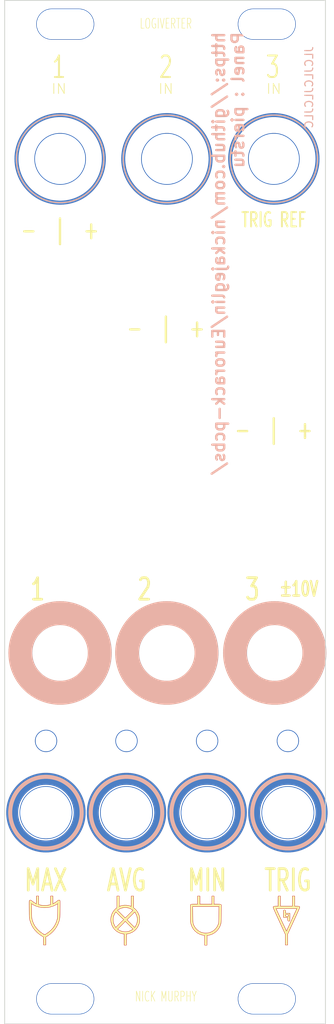
<source format=kicad_pcb>
(kicad_pcb (version 20171130) (host pcbnew 5.0.2+dfsg1-1)

  (general
    (thickness 1.6)
    (drawings 15)
    (tracks 0)
    (zones 0)
    (modules 28)
    (nets 1)
  )

  (page A4)
  (layers
    (0 F.Cu signal)
    (31 B.Cu signal)
    (32 B.Adhes user)
    (33 F.Adhes user)
    (34 B.Paste user)
    (35 F.Paste user)
    (36 B.SilkS user)
    (37 F.SilkS user)
    (38 B.Mask user)
    (39 F.Mask user)
    (40 Dwgs.User user)
    (41 Cmts.User user)
    (42 Eco1.User user)
    (43 Eco2.User user)
    (44 Edge.Cuts user)
    (45 Margin user)
    (46 B.CrtYd user)
    (47 F.CrtYd user)
    (48 B.Fab user)
    (49 F.Fab user)
  )

  (setup
    (last_trace_width 1.5)
    (trace_clearance 0.2)
    (zone_clearance 0.508)
    (zone_45_only yes)
    (trace_min 0.2)
    (segment_width 0.2)
    (edge_width 0.2)
    (via_size 0.6)
    (via_drill 0.4)
    (via_min_size 0.4)
    (via_min_drill 0.3)
    (uvia_size 0.3)
    (uvia_drill 0.1)
    (uvias_allowed no)
    (uvia_min_size 0.2)
    (uvia_min_drill 0.1)
    (pcb_text_width 0.3)
    (pcb_text_size 1.5 1.5)
    (mod_edge_width 0.15)
    (mod_text_size 1 1)
    (mod_text_width 0.15)
    (pad_size 6.394752 6.394752)
    (pad_drill 6.394752)
    (pad_to_mask_clearance 0.2)
    (solder_mask_min_width 0.25)
    (aux_axis_origin 20.574 -64.77)
    (visible_elements FFFFFF7F)
    (pcbplotparams
      (layerselection 0x010f0_ffffffff)
      (usegerberextensions false)
      (usegerberattributes false)
      (usegerberadvancedattributes false)
      (creategerberjobfile true)
      (gerberprecision 5)
      (excludeedgelayer true)
      (linewidth 0.100000)
      (plotframeref false)
      (viasonmask false)
      (mode 1)
      (useauxorigin false)
      (hpglpennumber 1)
      (hpglpenspeed 20)
      (hpglpendiameter 15.000000)
      (psnegative false)
      (psa4output false)
      (plotreference true)
      (plotvalue true)
      (plotinvisibletext false)
      (padsonsilk false)
      (subtractmaskfromsilk false)
      (outputformat 1)
      (mirror false)
      (drillshape 0)
      (scaleselection 1)
      (outputdirectory "/home/pi/Documents/analog logic panel/logiverter-panel-200121/"))
  )

  (net 0 "")

  (net_class Default "This is the default net class."
    (clearance 0.2)
    (trace_width 1.5)
    (via_dia 0.6)
    (via_drill 0.4)
    (uvia_dia 0.3)
    (uvia_drill 0.1)
  )

  (module LOGO (layer F.Cu) (tedit 60077043) (tstamp 5FEA85D4)
    (at 0 0)
    (fp_text reference G*** (at 0 0) (layer F.Fab) hide
      (effects (font (size 1.524 1.524) (thickness 0.3)))
    )
    (fp_text value "" (at 0.75 0) (layer Dwgs.User) hide
      (effects (font (size 1.524 1.524) (thickness 0.3)))
    )
    (fp_line (start 13.589 -50.165) (end 13.589 -51.943) (layer B.Mask) (width 0.1))
    (fp_line (start -13.335 -50.165) (end -13.335 -52.07) (layer B.Mask) (width 0.1))
    (fp_line (start 0 -52.07) (end 0 -50.165) (layer B.Mask) (width 0.1))
    (fp_text user "-  |  +" (at 13.589 -10.3505) (layer F.SilkS)
      (effects (font (size 2.25 1.5) (thickness 0.3)))
    )
    (fp_text user "-  |  +" (at 0 -23.114) (layer F.SilkS)
      (effects (font (size 2.25 1.5) (thickness 0.3)))
    )
    (fp_text user "-  |  +" (at -13.335 -35.433) (layer F.SilkS)
      (effects (font (size 2.25 1.5) (thickness 0.3)))
    )
    (fp_line (start 13.589 10.795) (end 13.589 6.731) (layer F.Mask) (width 0.1))
    (fp_line (start -17.7038 54.3306) (end -17.7038 48.2346) (layer F.Fab) (width 0.15))
    (fp_line (start 17.8562 54.3306) (end -17.7038 54.3306) (layer F.Fab) (width 0.15))
    (fp_line (start 17.8562 48.2346) (end 17.8562 54.3306) (layer F.Fab) (width 0.15))
    (fp_line (start -16.1798 48.2346) (end 17.8562 48.2346) (layer F.Fab) (width 0.15))
    (fp_line (start -15.0622 30.75) (end -15.0622 32.6) (layer F.Mask) (width 0.3))
    (fp_line (start -4.9022 30.75) (end -4.9022 32.6) (layer F.Mask) (width 0.3))
    (fp_line (start 5.3086 30.75) (end 5.3086 32.6) (layer F.Mask) (width 0.3))
    (fp_line (start 15.4178 30.75) (end 15.4178 32.6) (layer F.Mask) (width 0.3))
    (fp_text user ±10V (at 16.764 9.652) (layer F.SilkS)
      (effects (font (size 1.8 1.2) (thickness 0.3)))
    )
    (fp_text user "TRIG REF" (at 13.589 -36.703) (layer F.SilkS)
      (effects (font (size 1.8 1.2) (thickness 0.25)))
    )
    (fp_text user IN (at 13.589 -53.1495) (layer F.SilkS)
      (effects (font (size 1.25 1.25) (thickness 0.11)))
    )
    (fp_text user IN (at 0 -53.1495) (layer F.SilkS)
      (effects (font (size 1.25 1.25) (thickness 0.11)))
    )
    (fp_text user IN (at -13.462 -53.1495) (layer F.SilkS)
      (effects (font (size 1.25 1.25) (thickness 0.11)))
    )
    (fp_text user "NICK MURPHY" (at 0 60.833) (layer F.SilkS)
      (effects (font (size 1.25 0.75) (thickness 0.08)))
    )
    (fp_text user LOGIVERTER (at 0 -61.341) (layer F.SilkS)
      (effects (font (size 1.25 0.75) (thickness 0.08)))
    )
    (fp_line (start 0 10.795) (end 0 -5.842) (layer F.Mask) (width 0.1))
    (fp_line (start -13.335 -18.415) (end -13.335 10.795) (layer F.Mask) (width 0.1))
    (fp_line (start 13.589 -50.165) (end 13.589 -51.943) (layer F.Mask) (width 0.1))
    (fp_line (start 0 -52.07) (end 0 -50.165) (layer F.Mask) (width 0.1))
    (fp_line (start -13.335 -50.165) (end -13.335 -52.07) (layer F.Mask) (width 0.1))
    (fp_line (start -13.335 -38.608) (end -13.335 -37.846) (layer F.Mask) (width 0.1))
    (fp_line (start 0 -25.4) (end 0 -38.608) (layer F.Mask) (width 0.1))
    (fp_line (start 13.589 -12.7) (end 13.589 -34.163) (layer F.Mask) (width 0.1))
    (fp_text user 2 (at -2.6924 9.7028) (layer F.SilkS)
      (effects (font (size 2.7 1.8) (thickness 0.35)))
    )
    (fp_text user 1 (at -16.1544 9.7028) (layer F.SilkS)
      (effects (font (size 2.7 1.8) (thickness 0.35)))
    )
    (fp_text user 3 (at 10.8966 9.7028) (layer F.SilkS)
      (effects (font (size 2.7 1.8) (thickness 0.35)))
    )
    (fp_text user 3 (at 13.462 -55.88) (layer F.SilkS)
      (effects (font (size 2.7 1.8) (thickness 0.25)))
    )
    (fp_text user 2 (at 0 -55.88) (layer F.SilkS)
      (effects (font (size 2.7 1.8) (thickness 0.25)))
    )
    (fp_text user 1 (at -13.462 -55.88) (layer F.SilkS)
      (effects (font (size 2.7 1.8) (thickness 0.25)))
    )
    (fp_poly (pts (xy 14.990984 49.99866) (xy 15.028281 50.024529) (xy 15.050357 50.075323) (xy 15.060478 50.157326)
      (xy 15.0622 50.23571) (xy 15.0622 50.3936) (xy 15.3162 50.3936) (xy 15.5956 50.3936)
      (xy 15.5956 51.2826) (xy 15.5702 51.308) (xy 15.5448 51.3334) (xy 15.4686 51.3334)
      (xy 15.4178 51.308) (xy 15.391795 51.291671) (xy 15.37447 51.262584) (xy 15.364011 51.212247)
      (xy 15.359207 51.13256) (xy 15.358533 51.069421) (xy 15.358533 50.880433) (xy 15.1384 50.8762)
      (xy 15.0622 50.8762) (xy 15.0114 50.8762) (xy 14.9098 50.8762) (xy 14.8844 50.8762)
      (xy 14.8336 50.8762) (xy 14.8336 50.8) (xy 14.8336 50.7238) (xy 15.0622 50.7746)
      (xy 15.4432 50.7746) (xy 15.4432 50.6476) (xy 15.4432 50.5206) (xy 15.0622 50.5206)
      (xy 15.0622 50.7746) (xy 14.8336 50.7238) (xy 14.8336 50.6222) (xy 14.8336 50.4952)
      (xy 14.8336 50.3936) (xy 14.8336 50.0634) (xy 14.839128 50.028023) (xy 14.864129 50.003436)
      (xy 14.899687 49.993143) (xy 14.9352 49.991433) (xy 14.990984 49.99866)) (layer F.SilkS) (width 0.01))
    (fp_poly (pts (xy -6.1468 48.2346) (xy -5.8928 48.2346) (xy -5.8928 48.26) (xy -5.8928 49.545036)
      (xy -5.759188 49.494745) (xy -5.496321 49.418062) (xy -5.226064 49.38187) (xy -4.953451 49.386187)
      (xy -4.683516 49.431036) (xy -4.490678 49.489516) (xy -4.347972 49.541556) (xy -4.342511 48.313567)
      (xy -4.3434 48.2346) (xy -4.0894 48.2346) (xy -4.093962 48.380153) (xy -4.093958 48.393821)
      (xy -4.093633 49.68546) (xy -3.938367 49.815032) (xy -3.751521 49.99823) (xy -3.593755 50.210518)
      (xy -3.467395 50.448179) (xy -3.374769 50.707496) (xy -3.37087 50.721683) (xy -3.337735 50.893233)
      (xy -3.322417 51.086832) (xy -3.324737 51.287302) (xy -3.344519 51.479463) (xy -3.381584 51.648136)
      (xy -3.381757 51.648711) (xy -3.481304 51.915117) (xy -3.611239 52.152516) (xy -3.772953 52.362742)
      (xy -3.967837 52.54763) (xy -4.174996 52.695291) (xy -4.30126 52.76412) (xy -4.449036 52.828973)
      (xy -4.603679 52.884494) (xy -4.750542 52.925328) (xy -4.855725 52.944194) (xy -4.981574 52.9588)
      (xy -4.987395 54.097574) (xy -4.988726 54.346486) (xy -5.0038 54.356) (xy -5.0292 54.356)
      (xy -5.0546 54.356) (xy -5.08 54.356) (xy -5.1054 54.356) (xy -5.1308 54.356)
      (xy -5.1562 54.356) (xy -5.1816 54.356) (xy -5.207 54.356) (xy -5.2324 54.356)
      (xy -5.236619 54.216315) (xy -5.236633 54.106064) (xy -5.236633 52.964112) (xy -5.404172 52.93775)
      (xy -5.669297 52.87483) (xy -5.921595 52.771682) (xy -6.160246 52.628671) (xy -6.255093 52.557699)
      (xy -6.454375 52.373159) (xy -6.461323 52.364357) (xy -6.11505 52.364357) (xy -6.05155 52.416835)
      (xy -5.875451 52.536161) (xy -5.674027 52.627168) (xy -5.454439 52.688675) (xy -5.223852 52.719503)
      (xy -4.989427 52.718473) (xy -4.758328 52.684405) (xy -4.632937 52.650426) (xy -4.461006 52.581564)
      (xy -4.284195 52.485723) (xy -4.15514 52.398925) (xy -4.104762 52.361666) (xy -5.109633 51.356795)
      (xy -5.612342 51.860576) (xy -6.11505 52.364357) (xy -6.461323 52.364357) (xy -6.619634 52.163824)
      (xy -6.750116 51.931079) (xy -6.845064 51.676311) (xy -6.903722 51.400905) (xy -6.909301 51.358252)
      (xy -6.918506 51.255462) (xy -6.919721 51.22412) (xy -6.663097 51.22412) (xy -6.654716 51.377748)
      (xy -6.635951 51.511659) (xy -6.625147 51.557767) (xy -6.593481 51.656141) (xy -6.551261 51.76273)
      (xy -6.502334 51.870274) (xy -6.450545 51.971515) (xy -6.39974 52.059193) (xy -6.353764 52.126052)
      (xy -6.316462 52.16483) (xy -6.299957 52.1716) (xy -6.281722 52.157157) (xy -6.237276 52.116159)
      (xy -6.170225 52.052103) (xy -6.084172 51.968483) (xy -5.982725 51.868797) (xy -5.869488 51.75654)
      (xy -5.78691 51.674127) (xy -5.300134 51.187019) (xy -4.9403 51.187019) (xy -4.448344 51.679309)
      (xy -4.329895 51.797477) (xy -4.220957 51.905461) (xy -4.125125 51.999751) (xy -4.045997 52.076838)
      (xy -3.987168 52.13321) (xy -3.952234 52.165357) (xy -3.944034 52.1716) (xy -3.922411 52.157714)
      (xy -3.887646 52.124291) (xy -3.887351 52.123975) (xy -3.842254 52.063579) (xy -3.789275 51.974262)
      (xy -3.734037 51.867228) (xy -3.682164 51.753676) (xy -3.63928 51.644808) (xy -3.624341 51.6001)
      (xy -3.590786 51.44825) (xy -3.573926 51.272899) (xy -3.573747 51.089443) (xy -3.590235 50.913278)
      (xy -3.623376 50.7598) (xy -3.625101 50.754179) (xy -3.708789 50.534054) (xy -3.813933 50.338317)
      (xy -3.861041 50.268995) (xy -3.928762 50.17614) (xy -4.434531 50.681579) (xy -4.9403 51.187019)
      (xy -5.300134 51.187019) (xy -5.289775 51.176653) (xy -5.793224 50.674002) (xy -6.296674 50.17135)
      (xy -6.358895 50.245433) (xy -6.413194 50.322599) (xy -6.472855 50.427535) (xy -6.531604 50.547307)
      (xy -6.583171 50.668984) (xy -6.621282 50.77963) (xy -6.625798 50.795767) (xy -6.648651 50.918046)
      (xy -6.661079 51.065859) (xy -6.663097 51.22412) (xy -6.919721 51.22412) (xy -6.922515 51.152067)
      (xy -6.920708 51.066996) (xy -6.919332 51.051335) (xy -6.871684 50.765927) (xy -6.792456 50.50734)
      (xy -6.680004 50.272466) (xy -6.532687 50.058196) (xy -6.476314 49.997851) (xy -6.129465 49.997851)
      (xy -5.635593 50.492059) (xy -5.516522 50.610581) (xy -5.406489 50.718903) (xy -5.309157 50.813509)
      (xy -5.228193 50.890886) (xy -5.167262 50.94752) (xy -5.130027 50.979895) (xy -5.120217 50.986267)
      (xy -5.10061 50.971808) (xy -5.05489 50.930774) (xy -4.986723 50.866679) (xy -4.899772 50.783038)
      (xy -4.797704 50.683366) (xy -4.684182 50.571177) (xy -4.604889 50.492107) (xy -4.111065 49.997948)
      (xy -4.192308 49.935082) (xy -4.394397 49.803865) (xy -4.613332 49.71052) (xy -4.851213 49.654298)
      (xy -5.029261 49.636672) (xy -5.287127 49.641211) (xy -5.525081 49.681724) (xy -5.747388 49.759437)
      (xy -5.958313 49.875574) (xy -6.027008 49.923167) (xy -6.129465 49.997851) (xy -6.476314 49.997851)
      (xy -6.348861 49.86142) (xy -6.240644 49.766898) (xy -6.1468 49.69) (xy -6.1468 48.26)
      (xy -6.1468 48.2346)) (layer F.SilkS) (width 0.01))
    (fp_poly (pts (xy 15.9512 48.2346) (xy 16.002 48.2346) (xy 16.0528 48.2346) (xy 16.0782 48.2346)
      (xy 16.1036 48.2346) (xy 16.129 48.2346) (xy 16.1544 48.2346) (xy 16.1798 48.2346)
      (xy 16.2052 48.2346) (xy 16.2052 48.302145) (xy 16.2052 49.5046) (xy 16.464492 49.504912)
      (xy 16.599241 49.507154) (xy 16.697409 49.514681) (xy 16.764598 49.529254) (xy 16.806413 49.552634)
      (xy 16.828459 49.586581) (xy 16.835532 49.621499) (xy 16.831264 49.64523) (xy 16.8156 49.691896)
      (xy 16.787851 49.763059) (xy 16.747327 49.86028) (xy 16.693338 49.985121) (xy 16.625195 50.139143)
      (xy 16.542209 50.323907) (xy 16.443689 50.540976) (xy 16.328947 50.791909) (xy 16.197292 51.07827)
      (xy 16.078824 51.335007) (xy 15.3162 52.985498) (xy 15.3162 54.3306) (xy 15.2908 54.3306)
      (xy 15.2654 54.3306) (xy 15.24 54.3306) (xy 15.1892 54.3306) (xy 15.1638 54.3306)
      (xy 15.1384 54.3306) (xy 15.113 54.3306) (xy 15.0876 54.3306) (xy 15.0622 54.3306)
      (xy 15.062252 54.134808) (xy 15.062304 53.007683) (xy 14.287117 51.328368) (xy 14.15097 51.033243)
      (xy 14.031651 50.774104) (xy 13.928119 50.548561) (xy 13.839337 50.35422) (xy 13.764266 50.18869)
      (xy 13.701866 50.049579) (xy 13.651099 49.934496) (xy 13.610925 49.841048) (xy 13.589145 49.788262)
      (xy 13.860656 49.788262) (xy 13.860939 49.795642) (xy 13.873501 49.828368) (xy 13.901864 49.894304)
      (xy 13.944334 49.989829) (xy 13.999219 50.111322) (xy 14.064828 50.255163) (xy 14.139467 50.417732)
      (xy 14.221444 50.595406) (xy 14.309067 50.784567) (xy 14.400643 50.981594) (xy 14.49448 51.182865)
      (xy 14.588885 51.384761) (xy 14.682166 51.583661) (xy 14.772631 51.775944) (xy 14.858586 51.95799)
      (xy 14.93834 52.126178) (xy 15.010201 52.276887) (xy 15.072475 52.406498) (xy 15.12347 52.511389)
      (xy 15.161494 52.58794) (xy 15.184854 52.63253) (xy 15.191836 52.642771) (xy 15.203049 52.62139)
      (xy 15.230537 52.564586) (xy 15.272881 52.475394) (xy 15.328663 52.356849) (xy 15.396466 52.211988)
      (xy 15.474872 52.043844) (xy 15.562462 51.855454) (xy 15.65782 51.649854) (xy 15.759526 51.430078)
      (xy 15.865149 51.201361) (xy 15.971441 50.970845) (xy 16.072407 50.751656) (xy 16.166667 50.546807)
      (xy 16.252838 50.359309) (xy 16.329541 50.192172) (xy 16.395395 50.048409) (xy 16.449018 49.931031)
      (xy 16.489031 49.843049) (xy 16.514052 49.787474) (xy 16.5227 49.767319) (xy 16.502128 49.765795)
      (xy 16.442789 49.764356) (xy 16.348251 49.763024) (xy 16.222081 49.761824) (xy 16.067845 49.760779)
      (xy 15.889111 49.759911) (xy 15.689446 49.759244) (xy 15.472415 49.758802) (xy 15.241588 49.758607)
      (xy 15.186731 49.7586) (xy 14.915699 49.75865) (xy 14.683966 49.758859) (xy 14.488498 49.759309)
      (xy 14.326262 49.760087) (xy 14.194225 49.761277) (xy 14.089351 49.762964) (xy 14.008607 49.765232)
      (xy 13.94896 49.768166) (xy 13.907375 49.771852) (xy 13.880819 49.776373) (xy 13.866257 49.781815)
      (xy 13.860656 49.788262) (xy 13.589145 49.788262) (xy 13.580307 49.766843) (xy 13.558205 49.709489)
      (xy 13.54358 49.666596) (xy 13.535394 49.63577) (xy 13.532607 49.614619) (xy 13.534181 49.600753)
      (xy 13.535388 49.597568) (xy 13.559698 49.560879) (xy 13.598165 49.534869) (xy 13.657276 49.517927)
      (xy 13.743521 49.50844) (xy 13.863389 49.504796) (xy 13.909487 49.5046) (xy 14.151018 49.5046)
      (xy 14.156817 48.296221) (xy 14.1732 48.2346) (xy 14.2494 48.2346) (xy 14.3256 48.2346)
      (xy 14.3764 48.2346) (xy 14.4018 48.2346) (xy 14.406033 48.290108) (xy 14.406033 49.5046)
      (xy 15.9512 49.5046) (xy 15.9512 48.2346)) (layer F.SilkS) (width 0.01))
    (fp_poly (pts (xy 5.9944 48.2346) (xy 6.0198 48.2346) (xy 6.0452 48.2346) (xy 6.0452 49.2506)
      (xy 6.444512 49.2506) (xy 6.584795 49.250873) (xy 6.689231 49.252119) (xy 6.764301 49.254975)
      (xy 6.816492 49.260081) (xy 6.852285 49.268073) (xy 6.878166 49.279592) (xy 6.900618 49.295274)
      (xy 6.900954 49.295538) (xy 6.958083 49.340476) (xy 6.950336 50.433246) (xy 6.948457 50.689132)
      (xy 6.946462 50.906862) (xy 6.943934 51.090614) (xy 6.940459 51.244566) (xy 6.935618 51.372894)
      (xy 6.928996 51.479776) (xy 6.920178 51.569389) (xy 6.908746 51.64591) (xy 6.894284 51.713517)
      (xy 6.876377 51.776386) (xy 6.854608 51.838695) (xy 6.828561 51.904621) (xy 6.797821 51.978341)
      (xy 6.795957 51.982773) (xy 6.677651 52.212835) (xy 6.525749 52.425739) (xy 6.345299 52.617641)
      (xy 6.141347 52.784698) (xy 5.91894 52.923066) (xy 5.683124 53.028903) (xy 5.438948 53.098364)
      (xy 5.303084 53.119652) (xy 5.166783 53.134683) (xy 5.1562 54.210608) (xy 5.1562 54.3052)
      (xy 5.1562 54.356) (xy 5.0292 54.356) (xy 5.0038 54.356) (xy 4.9784 54.356)
      (xy 4.9022 54.356) (xy 4.9022 54.3306) (xy 4.9022 54.3052) (xy 4.9022 54.3306)
      (xy 4.9784 54.356) (xy 4.9022 54.3306) (xy 4.9022 54.189498) (xy 4.901982 53.94163)
      (xy 4.901278 53.733214) (xy 4.900018 53.561371) (xy 4.898128 53.423221) (xy 4.895536 53.315885)
      (xy 4.89217 53.236483) (xy 4.887957 53.182136) (xy 4.882825 53.149965) (xy 4.876702 53.137089)
      (xy 4.875742 53.136657) (xy 4.842781 53.129991) (xy 4.780855 53.119277) (xy 4.702864 53.10674)
      (xy 4.696378 53.105734) (xy 4.432076 53.043675) (xy 4.180269 52.941716) (xy 3.943197 52.801029)
      (xy 3.723097 52.622787) (xy 3.663455 52.564939) (xy 3.488612 52.362059) (xy 3.346716 52.138055)
      (xy 3.235497 51.88877) (xy 3.161495 51.646386) (xy 3.151118 51.60331) (xy 3.142426 51.56158)
      (xy 3.135266 51.517121) (xy 3.129484 51.465859) (xy 3.124929 51.403717) (xy 3.121447 51.326621)
      (xy 3.118885 51.230496) (xy 3.11709 51.111267) (xy 3.115909 50.964857) (xy 3.115189 50.787193)
      (xy 3.114777 50.574198) (xy 3.114585 50.397069) (xy 3.113775 49.5046) (xy 3.354059 49.5046)
      (xy 3.362645 50.494142) (xy 3.364862 50.737385) (xy 3.36722 50.942663) (xy 3.370141 51.114343)
      (xy 3.374046 51.256792) (xy 3.379358 51.374377) (xy 3.386498 51.471465) (xy 3.395889 51.552423)
      (xy 3.407952 51.621619) (xy 3.42311 51.68342) (xy 3.441784 51.742192) (xy 3.464396 51.802303)
      (xy 3.49137 51.86812) (xy 3.496624 51.880679) (xy 3.610308 52.099072) (xy 3.759053 52.300508)
      (xy 3.937172 52.479521) (xy 4.138983 52.630645) (xy 4.3588 52.748415) (xy 4.428714 52.77692)
      (xy 4.591608 52.831587) (xy 4.74287 52.865473) (xy 4.899432 52.881232) (xy 5.078226 52.881518)
      (xy 5.0927 52.881001) (xy 5.205732 52.874066) (xy 5.317808 52.862642) (xy 5.413632 52.848509)
      (xy 5.463117 52.837886) (xy 5.592113 52.794563) (xy 5.735954 52.731906) (xy 5.879997 52.657393)
      (xy 6.009595 52.578498) (xy 6.096006 52.514792) (xy 6.281068 52.333709) (xy 6.438256 52.123677)
      (xy 6.563677 51.89063) (xy 6.640798 51.684187) (xy 6.6519 51.646347) (xy 6.661186 51.609626)
      (xy 6.668851 51.569907) (xy 6.675089 51.523075) (xy 6.680096 51.465012) (xy 6.684068 51.391604)
      (xy 6.687199 51.298735) (xy 6.689685 51.182288) (xy 6.691721 51.038147) (xy 6.693502 50.862197)
      (xy 6.695223 50.65032) (xy 6.696227 50.515308) (xy 6.70363 49.5046) (xy 3.354059 49.5046)
      (xy 3.113775 49.5046) (xy 3.113617 49.331622) (xy 3.163586 49.291111) (xy 3.184607 49.276842)
      (xy 3.211566 49.266353) (xy 3.250806 49.259074) (xy 3.308673 49.254431) (xy 3.391511 49.251855)
      (xy 3.505666 49.250774) (xy 3.613378 49.2506) (xy 4.0132 49.2506) (xy 4.0132 48.2346)
      (xy 4.0386 48.2346) (xy 4.064 48.2346) (xy 4.0894 48.2346) (xy 4.1656 48.2346)
      (xy 4.2164 48.2346) (xy 4.2672 48.2346) (xy 4.2672 49.2506) (xy 5.811986 49.2506)
      (xy 5.8166 48.2346) (xy 5.8674 48.2346) (xy 5.9436 48.2346) (xy 5.969 48.2346)) (layer F.SilkS) (width 0.01))
    (fp_poly (pts (xy -16.1798 48.2346) (xy -16.0528 48.2346) (xy -16.042217 49.303517) (xy -15.851717 49.354548)
      (xy -15.777651 49.373215) (xy -15.709892 49.386744) (xy -15.639282 49.395937) (xy -15.556661 49.401598)
      (xy -15.45287 49.404529) (xy -15.318751 49.405534) (xy -15.269633 49.40558) (xy -15.124264 49.405009)
      (xy -15.01206 49.40276) (xy -14.923861 49.39803) (xy -14.850511 49.390017) (xy -14.782848 49.377917)
      (xy -14.711714 49.360927) (xy -14.68755 49.354548) (xy -14.49705 49.303517) (xy -14.5034 48.2346)
      (xy -14.351 48.2346) (xy -14.2494 48.2346) (xy -14.253378 48.348027) (xy -14.252644 48.54282)
      (xy -14.251483 48.720229) (xy -14.249942 48.876264) (xy -14.248073 49.006938) (xy -14.245925 49.108261)
      (xy -14.243548 49.176245) (xy -14.240991 49.206902) (xy -14.240316 49.208267) (xy -14.204571 49.197037)
      (xy -14.142112 49.166589) (xy -14.061044 49.121787) (xy -13.96947 49.067493) (xy -13.875493 49.00857)
      (xy -13.787218 48.949881) (xy -13.712749 48.896288) (xy -13.687958 48.876812) (xy -13.590479 48.802617)
      (xy -13.515249 48.75878) (xy -13.456804 48.743658) (xy -13.409681 48.755609) (xy -13.376735 48.783255)
      (xy -13.36829 48.794973) (xy -13.36131 48.812198) (xy -13.355701 48.838568) (xy -13.351368 48.877719)
      (xy -13.348217 48.933288) (xy -13.346154 49.008911) (xy -13.345084 49.108225) (xy -13.344913 49.234868)
      (xy -13.345546 49.392474) (xy -13.34689 49.584682) (xy -13.348849 49.815128) (xy -13.349133 49.84688)
      (xy -13.3516 50.101385) (xy -13.354376 50.318246) (xy -13.357937 50.502149) (xy -13.362755 50.657782)
      (xy -13.369305 50.789834) (xy -13.378061 50.902993) (xy -13.389498 51.001945) (xy -13.404088 51.09138)
      (xy -13.422307 51.175985) (xy -13.444629 51.260448) (xy -13.471527 51.349456) (xy -13.503475 51.447698)
      (xy -13.514312 51.480261) (xy -13.644376 51.803762) (xy -13.812772 52.11218) (xy -14.017402 52.402981)
      (xy -14.256169 52.673632) (xy -14.526974 52.921599) (xy -14.827718 53.144349) (xy -14.963817 53.230598)
      (xy -15.142633 53.338608) (xy -15.142633 54.300271) (xy -15.1384 54.3306) (xy -15.1638 54.3306)
      (xy -15.2146 54.3306) (xy -15.2654 54.3306) (xy -15.2908 54.3306) (xy -15.3416 54.3306)
      (xy -15.367 54.3306) (xy -15.3924 54.3306) (xy -15.396633 54.308358) (xy -15.407217 53.330179)
      (xy -15.593944 53.216352) (xy -15.920469 52.995736) (xy -16.210122 52.754385) (xy -16.463055 52.492095)
      (xy -16.679416 52.20866) (xy -16.859358 51.903876) (xy -17.00303 51.577538) (xy -17.110584 51.22944)
      (xy -17.136967 51.115435) (xy -17.147 51.065701) (xy -17.155455 51.015489) (xy -17.16251 50.960575)
      (xy -17.168345 50.89674) (xy -17.173139 50.81976) (xy -17.177069 50.725416) (xy -17.180317 50.609484)
      (xy -17.183059 50.467745) (xy -17.185475 50.295975) (xy -17.187745 50.089954) (xy -17.189844 49.868016)
      (xy -17.19191 49.629909) (xy -17.193377 49.430536) (xy -17.194154 49.266299) (xy -17.194152 49.133604)
      (xy -17.194073 49.12407) (xy -16.945356 49.12407) (xy -16.935991 50.018126) (xy -16.933399 50.250874)
      (xy -16.930575 50.446357) (xy -16.927001 50.609645) (xy -16.922157 50.745805) (xy -16.915522 50.859907)
      (xy -16.906576 50.957018) (xy -16.8948 51.042206) (xy -16.879673 51.120541) (xy -16.860677 51.19709)
      (xy -16.83729 51.276923) (xy -16.808992 51.365106) (xy -16.792786 51.414076) (xy -16.670594 51.715046)
      (xy -16.50955 52.001642) (xy -16.311262 52.271941) (xy -16.077339 52.524019) (xy -15.809392 52.75595)
      (xy -15.509027 52.965813) (xy -15.480162 52.983735) (xy -15.402056 53.028145) (xy -15.331381 53.061991)
      (xy -15.280034 53.07978) (xy -15.269086 53.081195) (xy -15.227191 53.070562) (xy -15.16196 53.041728)
      (xy -15.085172 53.000138) (xy -15.057419 52.983373) (xy -14.746314 52.768045) (xy -14.471071 52.531567)
      (xy -14.23214 52.274543) (xy -14.029973 51.997581) (xy -13.865019 51.701285) (xy -13.73773 51.386262)
      (xy -13.659141 51.102683) (xy -13.647438 51.04768) (xy -13.637752 50.99441) (xy -13.629841 50.938096)
      (xy -13.623459 50.873958) (xy -13.618363 50.797217) (xy -13.614309 50.703094) (xy -13.611053 50.586812)
      (xy -13.608351 50.44359) (xy -13.605958 50.26865) (xy -13.603632 50.057213) (xy -13.603102 50.005045)
      (xy -13.601068 49.783729) (xy -13.599886 49.601397) (xy -13.599629 49.454708) (xy -13.60037 49.340321)
      (xy -13.602184 49.254892) (xy -13.605144 49.195082) (xy -13.609324 49.157549) (xy -13.614798 49.138949)
      (xy -13.62164 49.135943) (xy -13.622285 49.136299) (xy -13.656969 49.158739) (xy -13.708695 49.193382)
      (xy -13.724467 49.20411) (xy -13.824808 49.265217) (xy -13.953279 49.332494) (xy -14.097412 49.400106)
      (xy -14.244742 49.462219) (xy -14.382804 49.512997) (xy -14.388163 49.514778) (xy -14.714281 49.600546)
      (xy -15.050219 49.646272) (xy -15.391913 49.651908) (xy -15.735297 49.617402) (xy -16.076303 49.542705)
      (xy -16.100135 49.535924) (xy -16.244146 49.487918) (xy -16.402632 49.424465) (xy -16.561858 49.35185)
      (xy -16.708086 49.276356) (xy -16.82758 49.204266) (xy -16.832453 49.200968) (xy -16.945356 49.12407)
      (xy -17.194073 49.12407) (xy -17.19328 49.028852) (xy -17.191446 48.948447) (xy -17.188561 48.888794)
      (xy -17.184533 48.846294) (xy -17.179272 48.817352) (xy -17.172687 48.79837) (xy -17.164688 48.785753)
      (xy -17.162504 48.783224) (xy -17.10899 48.748255) (xy -17.043291 48.750245) (xy -16.962956 48.789634)
      (xy -16.91005 48.828688) (xy -16.705596 48.981913) (xy -16.509474 49.104731) (xy -16.439695 49.14187)
      (xy -16.372717 49.174888) (xy -16.321646 49.198662) (xy -16.297122 49.208248) (xy -16.29682 49.208267)
      (xy -16.294641 49.187765) (xy -16.292601 49.128918) (xy -16.290743 49.035716) (xy -16.28911 48.912146)
      (xy -16.287741 48.762198) (xy -16.286681 48.589859) (xy -16.285969 48.399119) (xy -16.2814 48.2346)
      (xy -16.1798 48.2346)) (layer F.SilkS) (width 0.01))
    (fp_line (start 13.589 10.795) (end 13.589 6.731) (layer B.Mask) (width 0.1))
    (fp_line (start 0 10.795) (end 0 -5.842) (layer B.Mask) (width 0.1))
    (fp_line (start -13.335 -18.415) (end -13.335 10.795) (layer B.Mask) (width 0.1))
    (fp_line (start -13.335 -38.608) (end -13.335 -37.846) (layer B.Mask) (width 0.1))
    (fp_line (start 0 -25.4) (end 0 -38.608) (layer B.Mask) (width 0.1))
    (fp_line (start 13.589 -12.7) (end 13.589 -34.163) (layer B.Mask) (width 0.1))
    (fp_line (start -15.0622 30.75) (end -15.0622 32.6) (layer B.Mask) (width 0.3))
    (fp_line (start -4.9022 30.75) (end -4.9022 32.6) (layer B.Mask) (width 0.3))
    (fp_line (start 5.3086 30.75) (end 5.3086 32.6) (layer B.Mask) (width 0.3))
    (fp_line (start 15.4178 30.75) (end 15.4178 32.6) (layer B.Mask) (width 0.3))
    (fp_poly (pts (xy -16.1798 48.23202) (xy -16.0528 48.23202) (xy -16.042217 49.300937) (xy -15.851717 49.351968)
      (xy -15.777651 49.370635) (xy -15.709892 49.384164) (xy -15.639282 49.393357) (xy -15.556661 49.399018)
      (xy -15.45287 49.401949) (xy -15.318751 49.402954) (xy -15.269633 49.403) (xy -15.124264 49.402429)
      (xy -15.01206 49.40018) (xy -14.923861 49.39545) (xy -14.850511 49.387437) (xy -14.782848 49.375337)
      (xy -14.711714 49.358347) (xy -14.68755 49.351968) (xy -14.49705 49.300937) (xy -14.5034 48.23202)
      (xy -14.351 48.23202) (xy -14.2494 48.23202) (xy -14.253378 48.345447) (xy -14.252644 48.54024)
      (xy -14.251483 48.717649) (xy -14.249942 48.873684) (xy -14.248073 49.004358) (xy -14.245925 49.105681)
      (xy -14.243548 49.173665) (xy -14.240991 49.204322) (xy -14.240316 49.205687) (xy -14.204571 49.194457)
      (xy -14.142112 49.164009) (xy -14.061044 49.119207) (xy -13.96947 49.064913) (xy -13.875493 49.00599)
      (xy -13.787218 48.947301) (xy -13.712749 48.893708) (xy -13.687958 48.874232) (xy -13.590479 48.800037)
      (xy -13.515249 48.7562) (xy -13.456804 48.741078) (xy -13.409681 48.753029) (xy -13.376735 48.780675)
      (xy -13.36829 48.792393) (xy -13.36131 48.809618) (xy -13.355701 48.835988) (xy -13.351368 48.875139)
      (xy -13.348217 48.930708) (xy -13.346154 49.006331) (xy -13.345084 49.105645) (xy -13.344913 49.232288)
      (xy -13.345546 49.389894) (xy -13.34689 49.582102) (xy -13.348849 49.812548) (xy -13.349133 49.8443)
      (xy -13.3516 50.098805) (xy -13.354376 50.315666) (xy -13.357937 50.499569) (xy -13.362755 50.655202)
      (xy -13.369305 50.787254) (xy -13.378061 50.900413) (xy -13.389498 50.999365) (xy -13.404088 51.0888)
      (xy -13.422307 51.173405) (xy -13.444629 51.257868) (xy -13.471527 51.346876) (xy -13.503475 51.445118)
      (xy -13.514312 51.477681) (xy -13.644376 51.801182) (xy -13.812772 52.1096) (xy -14.017402 52.400401)
      (xy -14.256169 52.671052) (xy -14.526974 52.919019) (xy -14.827718 53.141769) (xy -14.963817 53.228018)
      (xy -15.142633 53.336028) (xy -15.142633 54.297691) (xy -15.1384 54.32802) (xy -15.1638 54.32802)
      (xy -15.2146 54.32802) (xy -15.2654 54.32802) (xy -15.2908 54.32802) (xy -15.3416 54.32802)
      (xy -15.367 54.32802) (xy -15.3924 54.32802) (xy -15.396633 54.305778) (xy -15.407217 53.327599)
      (xy -15.593944 53.213772) (xy -15.920469 52.993156) (xy -16.210122 52.751805) (xy -16.463055 52.489515)
      (xy -16.679416 52.20608) (xy -16.859358 51.901296) (xy -17.00303 51.574958) (xy -17.110584 51.22686)
      (xy -17.136967 51.112855) (xy -17.147 51.063121) (xy -17.155455 51.012909) (xy -17.16251 50.957995)
      (xy -17.168345 50.89416) (xy -17.173139 50.81718) (xy -17.177069 50.722836) (xy -17.180317 50.606904)
      (xy -17.183059 50.465165) (xy -17.185475 50.293395) (xy -17.187745 50.087374) (xy -17.189844 49.865436)
      (xy -17.19191 49.627329) (xy -17.193377 49.427956) (xy -17.194154 49.263719) (xy -17.194152 49.131024)
      (xy -17.194073 49.12149) (xy -16.945356 49.12149) (xy -16.935991 50.015546) (xy -16.933399 50.248294)
      (xy -16.930575 50.443777) (xy -16.927001 50.607065) (xy -16.922157 50.743225) (xy -16.915522 50.857327)
      (xy -16.906576 50.954438) (xy -16.8948 51.039626) (xy -16.879673 51.117961) (xy -16.860677 51.19451)
      (xy -16.83729 51.274343) (xy -16.808992 51.362526) (xy -16.792786 51.411496) (xy -16.670594 51.712466)
      (xy -16.50955 51.999062) (xy -16.311262 52.269361) (xy -16.077339 52.521439) (xy -15.809392 52.75337)
      (xy -15.509027 52.963233) (xy -15.480162 52.981155) (xy -15.402056 53.025565) (xy -15.331381 53.059411)
      (xy -15.280034 53.0772) (xy -15.269086 53.078615) (xy -15.227191 53.067982) (xy -15.16196 53.039148)
      (xy -15.085172 52.997558) (xy -15.057419 52.980793) (xy -14.746314 52.765465) (xy -14.471071 52.528987)
      (xy -14.23214 52.271963) (xy -14.029973 51.995001) (xy -13.865019 51.698705) (xy -13.73773 51.383682)
      (xy -13.659141 51.100103) (xy -13.647438 51.0451) (xy -13.637752 50.99183) (xy -13.629841 50.935516)
      (xy -13.623459 50.871378) (xy -13.618363 50.794637) (xy -13.614309 50.700514) (xy -13.611053 50.584232)
      (xy -13.608351 50.44101) (xy -13.605958 50.26607) (xy -13.603632 50.054633) (xy -13.603102 50.002465)
      (xy -13.601068 49.781149) (xy -13.599886 49.598817) (xy -13.599629 49.452128) (xy -13.60037 49.337741)
      (xy -13.602184 49.252312) (xy -13.605144 49.192502) (xy -13.609324 49.154969) (xy -13.614798 49.136369)
      (xy -13.62164 49.133363) (xy -13.622285 49.133719) (xy -13.656969 49.156159) (xy -13.708695 49.190802)
      (xy -13.724467 49.20153) (xy -13.824808 49.262637) (xy -13.953279 49.329914) (xy -14.097412 49.397526)
      (xy -14.244742 49.459639) (xy -14.382804 49.510417) (xy -14.388163 49.512198) (xy -14.714281 49.597966)
      (xy -15.050219 49.643692) (xy -15.391913 49.649328) (xy -15.735297 49.614822) (xy -16.076303 49.540125)
      (xy -16.100135 49.533344) (xy -16.244146 49.485338) (xy -16.402632 49.421885) (xy -16.561858 49.34927)
      (xy -16.708086 49.273776) (xy -16.82758 49.201686) (xy -16.832453 49.198388) (xy -16.945356 49.12149)
      (xy -17.194073 49.12149) (xy -17.19328 49.026272) (xy -17.191446 48.945867) (xy -17.188561 48.886214)
      (xy -17.184533 48.843714) (xy -17.179272 48.814772) (xy -17.172687 48.79579) (xy -17.164688 48.783173)
      (xy -17.162504 48.780644) (xy -17.10899 48.745675) (xy -17.043291 48.747665) (xy -16.962956 48.787054)
      (xy -16.91005 48.826108) (xy -16.705596 48.979333) (xy -16.509474 49.102151) (xy -16.439695 49.13929)
      (xy -16.372717 49.172308) (xy -16.321646 49.196082) (xy -16.297122 49.205668) (xy -16.29682 49.205687)
      (xy -16.294641 49.185185) (xy -16.292601 49.126338) (xy -16.290743 49.033136) (xy -16.28911 48.909566)
      (xy -16.287741 48.759618) (xy -16.286681 48.587279) (xy -16.285969 48.396539) (xy -16.2814 48.23202)
      (xy -16.1798 48.23202)) (layer F.Cu) (width 0.1))
    (fp_poly (pts (xy -6.1468 48.2346) (xy -5.8928 48.2346) (xy -5.8928 48.26) (xy -5.8928 49.545036)
      (xy -5.759188 49.494745) (xy -5.496321 49.418062) (xy -5.226064 49.38187) (xy -4.953451 49.386187)
      (xy -4.683516 49.431036) (xy -4.490678 49.489516) (xy -4.347972 49.541556) (xy -4.342511 48.313567)
      (xy -4.3434 48.2346) (xy -4.0894 48.2346) (xy -4.093962 48.380153) (xy -4.093958 48.393821)
      (xy -4.093633 49.68546) (xy -3.938367 49.815032) (xy -3.751521 49.99823) (xy -3.593755 50.210518)
      (xy -3.467395 50.448179) (xy -3.374769 50.707496) (xy -3.37087 50.721683) (xy -3.337735 50.893233)
      (xy -3.322417 51.086832) (xy -3.324737 51.287302) (xy -3.344519 51.479463) (xy -3.381584 51.648136)
      (xy -3.381757 51.648711) (xy -3.481304 51.915117) (xy -3.611239 52.152516) (xy -3.772953 52.362742)
      (xy -3.967837 52.54763) (xy -4.174996 52.695291) (xy -4.30126 52.76412) (xy -4.449036 52.828973)
      (xy -4.603679 52.884494) (xy -4.750542 52.925328) (xy -4.855725 52.944194) (xy -4.981574 52.9588)
      (xy -4.987395 54.097574) (xy -4.988726 54.346486) (xy -5.0038 54.356) (xy -5.0292 54.356)
      (xy -5.0546 54.356) (xy -5.08 54.356) (xy -5.1054 54.356) (xy -5.1308 54.356)
      (xy -5.1562 54.356) (xy -5.1816 54.356) (xy -5.207 54.356) (xy -5.2324 54.356)
      (xy -5.236619 54.216315) (xy -5.236633 54.106064) (xy -5.236633 52.964112) (xy -5.404172 52.93775)
      (xy -5.669297 52.87483) (xy -5.921595 52.771682) (xy -6.160246 52.628671) (xy -6.255093 52.557699)
      (xy -6.454375 52.373159) (xy -6.461323 52.364357) (xy -6.11505 52.364357) (xy -6.05155 52.416835)
      (xy -5.875451 52.536161) (xy -5.674027 52.627168) (xy -5.454439 52.688675) (xy -5.223852 52.719503)
      (xy -4.989427 52.718473) (xy -4.758328 52.684405) (xy -4.632937 52.650426) (xy -4.461006 52.581564)
      (xy -4.284195 52.485723) (xy -4.15514 52.398925) (xy -4.104762 52.361666) (xy -5.109633 51.356795)
      (xy -5.612342 51.860576) (xy -6.11505 52.364357) (xy -6.461323 52.364357) (xy -6.619634 52.163824)
      (xy -6.750116 51.931079) (xy -6.845064 51.676311) (xy -6.903722 51.400905) (xy -6.909301 51.358252)
      (xy -6.918506 51.255462) (xy -6.919721 51.22412) (xy -6.663097 51.22412) (xy -6.654716 51.377748)
      (xy -6.635951 51.511659) (xy -6.625147 51.557767) (xy -6.593481 51.656141) (xy -6.551261 51.76273)
      (xy -6.502334 51.870274) (xy -6.450545 51.971515) (xy -6.39974 52.059193) (xy -6.353764 52.126052)
      (xy -6.316462 52.16483) (xy -6.299957 52.1716) (xy -6.281722 52.157157) (xy -6.237276 52.116159)
      (xy -6.170225 52.052103) (xy -6.084172 51.968483) (xy -5.982725 51.868797) (xy -5.869488 51.75654)
      (xy -5.78691 51.674127) (xy -5.300134 51.187019) (xy -4.9403 51.187019) (xy -4.448344 51.679309)
      (xy -4.329895 51.797477) (xy -4.220957 51.905461) (xy -4.125125 51.999751) (xy -4.045997 52.076838)
      (xy -3.987168 52.13321) (xy -3.952234 52.165357) (xy -3.944034 52.1716) (xy -3.922411 52.157714)
      (xy -3.887646 52.124291) (xy -3.887351 52.123975) (xy -3.842254 52.063579) (xy -3.789275 51.974262)
      (xy -3.734037 51.867228) (xy -3.682164 51.753676) (xy -3.63928 51.644808) (xy -3.624341 51.6001)
      (xy -3.590786 51.44825) (xy -3.573926 51.272899) (xy -3.573747 51.089443) (xy -3.590235 50.913278)
      (xy -3.623376 50.7598) (xy -3.625101 50.754179) (xy -3.708789 50.534054) (xy -3.813933 50.338317)
      (xy -3.861041 50.268995) (xy -3.928762 50.17614) (xy -4.434531 50.681579) (xy -4.9403 51.187019)
      (xy -5.300134 51.187019) (xy -5.289775 51.176653) (xy -5.793224 50.674002) (xy -6.296674 50.17135)
      (xy -6.358895 50.245433) (xy -6.413194 50.322599) (xy -6.472855 50.427535) (xy -6.531604 50.547307)
      (xy -6.583171 50.668984) (xy -6.621282 50.77963) (xy -6.625798 50.795767) (xy -6.648651 50.918046)
      (xy -6.661079 51.065859) (xy -6.663097 51.22412) (xy -6.919721 51.22412) (xy -6.922515 51.152067)
      (xy -6.920708 51.066996) (xy -6.919332 51.051335) (xy -6.871684 50.765927) (xy -6.792456 50.50734)
      (xy -6.680004 50.272466) (xy -6.532687 50.058196) (xy -6.476314 49.997851) (xy -6.129465 49.997851)
      (xy -5.635593 50.492059) (xy -5.516522 50.610581) (xy -5.406489 50.718903) (xy -5.309157 50.813509)
      (xy -5.228193 50.890886) (xy -5.167262 50.94752) (xy -5.130027 50.979895) (xy -5.120217 50.986267)
      (xy -5.10061 50.971808) (xy -5.05489 50.930774) (xy -4.986723 50.866679) (xy -4.899772 50.783038)
      (xy -4.797704 50.683366) (xy -4.684182 50.571177) (xy -4.604889 50.492107) (xy -4.111065 49.997948)
      (xy -4.192308 49.935082) (xy -4.394397 49.803865) (xy -4.613332 49.71052) (xy -4.851213 49.654298)
      (xy -5.029261 49.636672) (xy -5.287127 49.641211) (xy -5.525081 49.681724) (xy -5.747388 49.759437)
      (xy -5.958313 49.875574) (xy -6.027008 49.923167) (xy -6.129465 49.997851) (xy -6.476314 49.997851)
      (xy -6.348861 49.86142) (xy -6.240644 49.766898) (xy -6.1468 49.69) (xy -6.1468 48.26)
      (xy -6.1468 48.2346)) (layer F.Cu) (width 0.1))
    (fp_poly (pts (xy 5.9944 48.2346) (xy 6.0198 48.2346) (xy 6.0452 48.2346) (xy 6.0452 49.2506)
      (xy 6.444512 49.2506) (xy 6.584795 49.250873) (xy 6.689231 49.252119) (xy 6.764301 49.254975)
      (xy 6.816492 49.260081) (xy 6.852285 49.268073) (xy 6.878166 49.279592) (xy 6.900618 49.295274)
      (xy 6.900954 49.295538) (xy 6.958083 49.340476) (xy 6.950336 50.433246) (xy 6.948457 50.689132)
      (xy 6.946462 50.906862) (xy 6.943934 51.090614) (xy 6.940459 51.244566) (xy 6.935618 51.372894)
      (xy 6.928996 51.479776) (xy 6.920178 51.569389) (xy 6.908746 51.64591) (xy 6.894284 51.713517)
      (xy 6.876377 51.776386) (xy 6.854608 51.838695) (xy 6.828561 51.904621) (xy 6.797821 51.978341)
      (xy 6.795957 51.982773) (xy 6.677651 52.212835) (xy 6.525749 52.425739) (xy 6.345299 52.617641)
      (xy 6.141347 52.784698) (xy 5.91894 52.923066) (xy 5.683124 53.028903) (xy 5.438948 53.098364)
      (xy 5.303084 53.119652) (xy 5.166783 53.134683) (xy 5.1562 54.210608) (xy 5.1562 54.3052)
      (xy 5.1562 54.356) (xy 5.0292 54.356) (xy 5.0038 54.356) (xy 4.9784 54.356)
      (xy 4.9022 54.356) (xy 4.9022 54.3306) (xy 4.9022 54.3052) (xy 4.9022 54.3306)
      (xy 4.9784 54.356) (xy 4.9022 54.3306) (xy 4.9022 54.189498) (xy 4.901982 53.94163)
      (xy 4.901278 53.733214) (xy 4.900018 53.561371) (xy 4.898128 53.423221) (xy 4.895536 53.315885)
      (xy 4.89217 53.236483) (xy 4.887957 53.182136) (xy 4.882825 53.149965) (xy 4.876702 53.137089)
      (xy 4.875742 53.136657) (xy 4.842781 53.129991) (xy 4.780855 53.119277) (xy 4.702864 53.10674)
      (xy 4.696378 53.105734) (xy 4.432076 53.043675) (xy 4.180269 52.941716) (xy 3.943197 52.801029)
      (xy 3.723097 52.622787) (xy 3.663455 52.564939) (xy 3.488612 52.362059) (xy 3.346716 52.138055)
      (xy 3.235497 51.88877) (xy 3.161495 51.646386) (xy 3.151118 51.60331) (xy 3.142426 51.56158)
      (xy 3.135266 51.517121) (xy 3.129484 51.465859) (xy 3.124929 51.403717) (xy 3.121447 51.326621)
      (xy 3.118885 51.230496) (xy 3.11709 51.111267) (xy 3.115909 50.964857) (xy 3.115189 50.787193)
      (xy 3.114777 50.574198) (xy 3.114585 50.397069) (xy 3.113775 49.5046) (xy 3.354059 49.5046)
      (xy 3.362645 50.494142) (xy 3.364862 50.737385) (xy 3.36722 50.942663) (xy 3.370141 51.114343)
      (xy 3.374046 51.256792) (xy 3.379358 51.374377) (xy 3.386498 51.471465) (xy 3.395889 51.552423)
      (xy 3.407952 51.621619) (xy 3.42311 51.68342) (xy 3.441784 51.742192) (xy 3.464396 51.802303)
      (xy 3.49137 51.86812) (xy 3.496624 51.880679) (xy 3.610308 52.099072) (xy 3.759053 52.300508)
      (xy 3.937172 52.479521) (xy 4.138983 52.630645) (xy 4.3588 52.748415) (xy 4.428714 52.77692)
      (xy 4.591608 52.831587) (xy 4.74287 52.865473) (xy 4.899432 52.881232) (xy 5.078226 52.881518)
      (xy 5.0927 52.881001) (xy 5.205732 52.874066) (xy 5.317808 52.862642) (xy 5.413632 52.848509)
      (xy 5.463117 52.837886) (xy 5.592113 52.794563) (xy 5.735954 52.731906) (xy 5.879997 52.657393)
      (xy 6.009595 52.578498) (xy 6.096006 52.514792) (xy 6.281068 52.333709) (xy 6.438256 52.123677)
      (xy 6.563677 51.89063) (xy 6.640798 51.684187) (xy 6.6519 51.646347) (xy 6.661186 51.609626)
      (xy 6.668851 51.569907) (xy 6.675089 51.523075) (xy 6.680096 51.465012) (xy 6.684068 51.391604)
      (xy 6.687199 51.298735) (xy 6.689685 51.182288) (xy 6.691721 51.038147) (xy 6.693502 50.862197)
      (xy 6.695223 50.65032) (xy 6.696227 50.515308) (xy 6.70363 49.5046) (xy 3.354059 49.5046)
      (xy 3.113775 49.5046) (xy 3.113617 49.331622) (xy 3.163586 49.291111) (xy 3.184607 49.276842)
      (xy 3.211566 49.266353) (xy 3.250806 49.259074) (xy 3.308673 49.254431) (xy 3.391511 49.251855)
      (xy 3.505666 49.250774) (xy 3.613378 49.2506) (xy 4.0132 49.2506) (xy 4.0132 48.2346)
      (xy 4.0386 48.2346) (xy 4.064 48.2346) (xy 4.0894 48.2346) (xy 4.1656 48.2346)
      (xy 4.2164 48.2346) (xy 4.2672 48.2346) (xy 4.2672 49.2506) (xy 5.811986 49.2506)
      (xy 5.8166 48.2346) (xy 5.8674 48.2346) (xy 5.9436 48.2346) (xy 5.969 48.2346)) (layer F.Cu) (width 0.1))
    (fp_poly (pts (xy 15.9512 48.2346) (xy 16.002 48.2346) (xy 16.0528 48.2346) (xy 16.0782 48.2346)
      (xy 16.1036 48.2346) (xy 16.129 48.2346) (xy 16.1544 48.2346) (xy 16.1798 48.2346)
      (xy 16.2052 48.2346) (xy 16.2052 48.302145) (xy 16.2052 49.5046) (xy 16.464492 49.504912)
      (xy 16.599241 49.507154) (xy 16.697409 49.514681) (xy 16.764598 49.529254) (xy 16.806413 49.552634)
      (xy 16.828459 49.586581) (xy 16.835532 49.621499) (xy 16.831264 49.64523) (xy 16.8156 49.691896)
      (xy 16.787851 49.763059) (xy 16.747327 49.86028) (xy 16.693338 49.985121) (xy 16.625195 50.139143)
      (xy 16.542209 50.323907) (xy 16.443689 50.540976) (xy 16.328947 50.791909) (xy 16.197292 51.07827)
      (xy 16.078824 51.335007) (xy 15.3162 52.985498) (xy 15.3162 54.3306) (xy 15.2908 54.3306)
      (xy 15.2654 54.3306) (xy 15.24 54.3306) (xy 15.1892 54.3306) (xy 15.1638 54.3306)
      (xy 15.1384 54.3306) (xy 15.113 54.3306) (xy 15.0876 54.3306) (xy 15.0622 54.3306)
      (xy 15.062252 54.134808) (xy 15.062304 53.007683) (xy 14.287117 51.328368) (xy 14.15097 51.033243)
      (xy 14.031651 50.774104) (xy 13.928119 50.548561) (xy 13.839337 50.35422) (xy 13.764266 50.18869)
      (xy 13.701866 50.049579) (xy 13.651099 49.934496) (xy 13.610925 49.841048) (xy 13.589145 49.788262)
      (xy 13.860656 49.788262) (xy 13.860939 49.795642) (xy 13.873501 49.828368) (xy 13.901864 49.894304)
      (xy 13.944334 49.989829) (xy 13.999219 50.111322) (xy 14.064828 50.255163) (xy 14.139467 50.417732)
      (xy 14.221444 50.595406) (xy 14.309067 50.784567) (xy 14.400643 50.981594) (xy 14.49448 51.182865)
      (xy 14.588885 51.384761) (xy 14.682166 51.583661) (xy 14.772631 51.775944) (xy 14.858586 51.95799)
      (xy 14.93834 52.126178) (xy 15.010201 52.276887) (xy 15.072475 52.406498) (xy 15.12347 52.511389)
      (xy 15.161494 52.58794) (xy 15.184854 52.63253) (xy 15.191836 52.642771) (xy 15.203049 52.62139)
      (xy 15.230537 52.564586) (xy 15.272881 52.475394) (xy 15.328663 52.356849) (xy 15.396466 52.211988)
      (xy 15.474872 52.043844) (xy 15.562462 51.855454) (xy 15.65782 51.649854) (xy 15.759526 51.430078)
      (xy 15.865149 51.201361) (xy 15.971441 50.970845) (xy 16.072407 50.751656) (xy 16.166667 50.546807)
      (xy 16.252838 50.359309) (xy 16.329541 50.192172) (xy 16.395395 50.048409) (xy 16.449018 49.931031)
      (xy 16.489031 49.843049) (xy 16.514052 49.787474) (xy 16.5227 49.767319) (xy 16.502128 49.765795)
      (xy 16.442789 49.764356) (xy 16.348251 49.763024) (xy 16.222081 49.761824) (xy 16.067845 49.760779)
      (xy 15.889111 49.759911) (xy 15.689446 49.759244) (xy 15.472415 49.758802) (xy 15.241588 49.758607)
      (xy 15.186731 49.7586) (xy 14.915699 49.75865) (xy 14.683966 49.758859) (xy 14.488498 49.759309)
      (xy 14.326262 49.760087) (xy 14.194225 49.761277) (xy 14.089351 49.762964) (xy 14.008607 49.765232)
      (xy 13.94896 49.768166) (xy 13.907375 49.771852) (xy 13.880819 49.776373) (xy 13.866257 49.781815)
      (xy 13.860656 49.788262) (xy 13.589145 49.788262) (xy 13.580307 49.766843) (xy 13.558205 49.709489)
      (xy 13.54358 49.666596) (xy 13.535394 49.63577) (xy 13.532607 49.614619) (xy 13.534181 49.600753)
      (xy 13.535388 49.597568) (xy 13.559698 49.560879) (xy 13.598165 49.534869) (xy 13.657276 49.517927)
      (xy 13.743521 49.50844) (xy 13.863389 49.504796) (xy 13.909487 49.5046) (xy 14.151018 49.5046)
      (xy 14.156817 48.296221) (xy 14.1732 48.2346) (xy 14.2494 48.2346) (xy 14.3256 48.2346)
      (xy 14.3764 48.2346) (xy 14.4018 48.2346) (xy 14.406033 48.290108) (xy 14.406033 49.5046)
      (xy 15.9512 49.5046) (xy 15.9512 48.2346)) (layer F.Cu) (width 0.1))
    (fp_poly (pts (xy 14.990984 49.99866) (xy 15.028281 50.024529) (xy 15.050357 50.075323) (xy 15.060478 50.157326)
      (xy 15.0622 50.23571) (xy 15.0622 50.3936) (xy 15.3162 50.3936) (xy 15.5956 50.3936)
      (xy 15.5956 51.2826) (xy 15.5702 51.308) (xy 15.5448 51.3334) (xy 15.4686 51.3334)
      (xy 15.4178 51.308) (xy 15.391795 51.291671) (xy 15.37447 51.262584) (xy 15.364011 51.212247)
      (xy 15.359207 51.13256) (xy 15.358533 51.069421) (xy 15.358533 50.880433) (xy 15.1384 50.8762)
      (xy 15.0622 50.8762) (xy 15.0114 50.8762) (xy 14.9098 50.8762) (xy 14.8844 50.8762)
      (xy 14.8336 50.8762) (xy 14.8336 50.8) (xy 14.8336 50.7238) (xy 15.0622 50.7746)
      (xy 15.4432 50.7746) (xy 15.4432 50.6476) (xy 15.4432 50.5206) (xy 15.0622 50.5206)
      (xy 15.0622 50.7746) (xy 14.8336 50.7238) (xy 14.8336 50.6222) (xy 14.8336 50.4952)
      (xy 14.8336 50.3936) (xy 14.8336 50.0634) (xy 14.839128 50.028023) (xy 14.864129 50.003436)
      (xy 14.899687 49.993143) (xy 14.9352 49.991433) (xy 14.990984 49.99866)) (layer F.Cu) (width 0.1))
  )

  (module pierstu_mods:panel_jack_out (layer F.Cu) (tedit 60043D98) (tstamp 5FEA5EED)
    (at -13.31468 17.68602)
    (descr "Mounting Hole 8.4mm, no annular, M8")
    (tags "mounting hole 8.4mm no annular m8")
    (attr virtual)
    (fp_text reference H14 (at 0 -9.4) (layer F.SilkS) hide
      (effects (font (size 1 1) (thickness 0.15)))
    )
    (fp_text value saw (at 0 9.144) (layer F.Mask) hide
      (effects (font (size 2 1.4) (thickness 0.25)))
    )
    (fp_circle (center -0.0122 0) (end 4.9878 0) (layer B.SilkS) (width 3))
    (fp_circle (center 0 0) (end 5 0) (layer B.Cu) (width 3))
    (fp_text user %R (at 0.3 0) (layer F.Fab) hide
      (effects (font (size 1 1) (thickness 0.15)))
    )
    (fp_circle (center 0 0) (end 4 0) (layer Cmts.User) (width 0.15))
    (fp_circle (center 0 0) (end 4.2 0) (layer F.CrtYd) (width 0.05))
    (fp_circle (center -0.0122 0) (end 4.9878 0) (layer F.SilkS) (width 3))
    (fp_circle (center -0.0122 -0.0038) (end 4.9878 -0.0038) (layer F.Cu) (width 3))
    (pad "" np_thru_hole circle (at 0 0) (size 6.4 6.4) (drill 6.4) (layers *.Cu *.Mask))
    (model "${KIPRJMOD}/../../../lib/kicad/models/PJ301M-12 Thonkiconn v0.2.stp"
      (offset (xyz 0 0.8 -10.5))
      (scale (xyz 1 1 1))
      (rotate (xyz 0 0 0))
    )
  )

  (module pierstu_mods:panel_jack_out (layer F.Cu) (tedit 60043D98) (tstamp 5FEA61A2)
    (at 0.12954 17.68602)
    (descr "Mounting Hole 8.4mm, no annular, M8")
    (tags "mounting hole 8.4mm no annular m8")
    (attr virtual)
    (fp_text reference H14 (at 0 -9.4) (layer F.SilkS) hide
      (effects (font (size 1 1) (thickness 0.15)))
    )
    (fp_text value saw (at 0 9.144) (layer F.Mask) hide
      (effects (font (size 2 1.4) (thickness 0.25)))
    )
    (fp_circle (center -0.0122 0) (end 4.9878 0) (layer B.SilkS) (width 3))
    (fp_circle (center 0 0) (end 5 0) (layer B.Cu) (width 3))
    (fp_text user %R (at 0.3 0) (layer F.Fab) hide
      (effects (font (size 1 1) (thickness 0.15)))
    )
    (fp_circle (center 0 0) (end 4 0) (layer Cmts.User) (width 0.15))
    (fp_circle (center 0 0) (end 4.2 0) (layer F.CrtYd) (width 0.05))
    (fp_circle (center -0.0122 0) (end 4.9878 0) (layer F.SilkS) (width 3))
    (fp_circle (center -0.0122 -0.0038) (end 4.9878 -0.0038) (layer F.Cu) (width 3))
    (pad "" np_thru_hole circle (at 0 0) (size 6.4 6.4) (drill 6.4) (layers *.Cu *.Mask))
    (model "${KIPRJMOD}/../../../lib/kicad/models/PJ301M-12 Thonkiconn v0.2.stp"
      (offset (xyz 0 0.8 -10.5))
      (scale (xyz 1 1 1))
      (rotate (xyz 0 0 0))
    )
  )

  (module pierstu_mods:panel_jack_out (layer F.Cu) (tedit 60043D98) (tstamp 5FEA625C)
    (at 13.716 17.68602)
    (descr "Mounting Hole 8.4mm, no annular, M8")
    (tags "mounting hole 8.4mm no annular m8")
    (attr virtual)
    (fp_text reference H14 (at 0 -9.4) (layer F.SilkS) hide
      (effects (font (size 1 1) (thickness 0.15)))
    )
    (fp_text value saw (at 0 9.144) (layer F.Mask) hide
      (effects (font (size 2 1.4) (thickness 0.25)))
    )
    (fp_circle (center -0.0122 0) (end 4.9878 0) (layer B.SilkS) (width 3))
    (fp_circle (center 0 0) (end 5 0) (layer B.Cu) (width 3))
    (fp_text user %R (at 0.3 0) (layer F.Fab) hide
      (effects (font (size 1 1) (thickness 0.15)))
    )
    (fp_circle (center 0 0) (end 4 0) (layer Cmts.User) (width 0.15))
    (fp_circle (center 0 0) (end 4.2 0) (layer F.CrtYd) (width 0.05))
    (fp_circle (center -0.0122 0) (end 4.9878 0) (layer F.SilkS) (width 3))
    (fp_circle (center -0.0122 -0.0038) (end 4.9878 -0.0038) (layer F.Cu) (width 3))
    (pad "" np_thru_hole circle (at 0 0) (size 6.4 6.4) (drill 6.4) (layers *.Cu *.Mask))
    (model "${KIPRJMOD}/../../../lib/kicad/models/PJ301M-12 Thonkiconn v0.2.stp"
      (offset (xyz 0 0.8 -10.5))
      (scale (xyz 1 1 1))
      (rotate (xyz 0 0 0))
    )
  )

  (module pierstu_mods:jack-signal-in (layer F.Cu) (tedit 5FF8E246) (tstamp 5ABD66D0)
    (at -13.315731 -44.360783)
    (fp_text reference "" (at 0 9.144) (layer F.SilkS)
      (effects (font (size 2.7 1.8) (thickness 0.3)))
    )
    (fp_text value "" (at 0 0) (layer F.SilkS)
      (effects (font (size 1.27 1.27) (thickness 0.15)))
    )
    (fp_circle (center 0 0) (end 5.5 0) (layer B.SilkS) (width 0.15))
    (fp_circle (center 0 0) (end 5.5 0) (layer B.Cu) (width 0.5))
    (fp_circle (center 0 0) (end 5.5 0) (layer F.Cu) (width 0.5))
    (fp_circle (center 0 0) (end 5.5 0) (layer F.SilkS) (width 0.15))
    (pad "" np_thru_hole circle (at 0 0) (size 6.5 6.5) (drill 6.3) (layers *.Cu *.Mask))
  )

  (module pierstu_mods:jack-signal-in (layer F.Cu) (tedit 5FF8E246) (tstamp 5FEA7A5C)
    (at 0.12954 -44.3611)
    (fp_text reference "" (at 0 0) (layer F.SilkS)
      (effects (font (size 1.27 1.27) (thickness 0.15)))
    )
    (fp_text value "" (at 0 0) (layer F.SilkS)
      (effects (font (size 1.27 1.27) (thickness 0.15)))
    )
    (fp_circle (center 0 0) (end 5.5 0) (layer B.SilkS) (width 0.15))
    (fp_circle (center 0 0) (end 5.5 0) (layer B.Cu) (width 0.5))
    (fp_circle (center 0 0) (end 5.5 0) (layer F.Cu) (width 0.5))
    (fp_circle (center 0 0) (end 5.5 0) (layer F.SilkS) (width 0.15))
    (pad "" np_thru_hole circle (at 0 0) (size 6.5 6.5) (drill 6.3) (layers *.Cu *.Mask))
  )

  (module pierstu_mods:jack-signal-in (layer F.Cu) (tedit 5FF8E246) (tstamp 5FEA7E39)
    (at 13.59662 -44.3611)
    (fp_text reference "" (at 0 0) (layer F.SilkS)
      (effects (font (size 1.27 1.27) (thickness 0.15)))
    )
    (fp_text value "" (at 0 0) (layer F.SilkS)
      (effects (font (size 1.27 1.27) (thickness 0.15)))
    )
    (fp_circle (center 0 0) (end 5.5 0) (layer B.SilkS) (width 0.15))
    (fp_circle (center 0 0) (end 5.5 0) (layer B.Cu) (width 0.5))
    (fp_circle (center 0 0) (end 5.5 0) (layer F.Cu) (width 0.5))
    (fp_circle (center 0 0) (end 5.5 0) (layer F.SilkS) (width 0.15))
    (pad "" np_thru_hole circle (at 0 0) (size 6.5 6.5) (drill 6.3) (layers *.Cu *.Mask))
  )

  (module pierstu_mods:MountingHole__pot_7.3mm_mask_15mm_Pad (layer F.Cu) (tedit 5FF8E2F1) (tstamp 5ABD66D0)
    (at 13.614571 -0.82172)
    (descr "Mounting Hole 6mm")
    (tags "mounting hole 6mm")
    (attr virtual)
    (fp_text reference "" (at 0 -5.08) (layer F.Fab) hide
      (effects (font (size 1 1) (thickness 0.15)))
    )
    (fp_text value "" (at 0 3.81) (layer F.Fab) hide
      (effects (font (size 1 1) (thickness 0.15)))
    )
    (fp_circle (center 0 -0.007) (end 7.5 -0.007) (layer B.Mask) (width 0.15))
    (fp_circle (center 0 0) (end 7.5 0) (layer F.Mask) (width 0.15))
    (fp_text user %R (at 0.3 0) (layer F.Fab)
      (effects (font (size 1 1) (thickness 0.15)))
    )
    (pad "" np_thru_hole circle (at 0 0) (size 7.3 7.3) (drill 7.3) (layers *.Cu *.Mask))
  )

  (module pierstu_mods:MountingHole__pot_7.3mm_mask_15mm_Pad (layer F.Cu) (tedit 5FF8E2F1) (tstamp 5ABD66D0)
    (at 0.0283 -13.38422)
    (descr "Mounting Hole 6mm")
    (tags "mounting hole 6mm")
    (attr virtual)
    (fp_text reference "" (at 0 -5.08) (layer F.Fab) hide
      (effects (font (size 1 1) (thickness 0.15)))
    )
    (fp_text value "" (at 0 3.81) (layer F.Fab) hide
      (effects (font (size 1 1) (thickness 0.15)))
    )
    (fp_circle (center 0 -0.007) (end 7.5 -0.007) (layer B.Mask) (width 0.15))
    (fp_circle (center 0 0) (end 7.5 0) (layer F.Mask) (width 0.15))
    (fp_text user %R (at 0.3 0) (layer F.Fab)
      (effects (font (size 1 1) (thickness 0.15)))
    )
    (pad "" np_thru_hole circle (at 0 0) (size 7.3 7.3) (drill 7.3) (layers *.Cu *.Mask))
  )

  (module pierstu_mods:MountingHole__pot_7.3mm_mask_15mm_Pad (layer F.Cu) (tedit 5FF8E2F1) (tstamp 5ABD66D0)
    (at -13.315731 -25.94672)
    (descr "Mounting Hole 6mm")
    (tags "mounting hole 6mm")
    (attr virtual)
    (fp_text reference "" (at 0 -5.08) (layer F.Fab) hide
      (effects (font (size 1 1) (thickness 0.15)))
    )
    (fp_text value "" (at 0 3.81) (layer F.Fab) hide
      (effects (font (size 1 1) (thickness 0.15)))
    )
    (fp_circle (center 0 -0.007) (end 7.5 -0.007) (layer B.Mask) (width 0.15))
    (fp_circle (center 0 0) (end 7.5 0) (layer F.Mask) (width 0.15))
    (fp_text user %R (at 0.3 0) (layer F.Fab)
      (effects (font (size 1 1) (thickness 0.15)))
    )
    (pad "" np_thru_hole circle (at 0 0) (size 7.3 7.3) (drill 7.3) (layers *.Cu *.Mask))
  )

  (module pierstu_mods:MountingHole_3.9xlarge_mm (layer F.Cu) (tedit 5FE3DD8F) (tstamp 5ABD66D0)
    (at 12.704918 -61.278751)
    (descr "Mounting Hole 3.5mm, no annular")
    (tags "mounting hole 3.5mm no annular")
    (attr virtual)
    (fp_text reference "" (at 0 -3.81) (layer F.Fab) hide
      (effects (font (size 1 1) (thickness 0.15)))
    )
    (fp_text value "" (at 0 4.5) (layer F.Fab) hide
      (effects (font (size 1 1) (thickness 0.15)))
    )
    (pad "" np_thru_hole oval (at 0 0) (size 7.3 3.9) (drill oval 7.15 3.75) (layers *.Cu *.Mask))
  )

  (module pierstu_mods:MountingHole_3.9xlarge_mm (layer F.Cu) (tedit 5FE3DD8F) (tstamp 5ABD66D0)
    (at -12.674257 -61.278751)
    (descr "Mounting Hole 3.5mm, no annular")
    (tags "mounting hole 3.5mm no annular")
    (attr virtual)
    (fp_text reference "" (at 0 -3.81) (layer F.Fab) hide
      (effects (font (size 1 1) (thickness 0.15)))
    )
    (fp_text value "" (at 0 4.5) (layer F.Fab) hide
      (effects (font (size 1 1) (thickness 0.15)))
    )
    (pad "" np_thru_hole oval (at 0 0) (size 7.3 3.9) (drill oval 7.15 3.75) (layers *.Cu *.Mask))
  )

  (module pierstu_mods:MountingHole_3.9xlarge_mm (layer F.Cu) (tedit 5FE3DD8F) (tstamp 5ABD66D0)
    (at 12.704918 61.11969)
    (descr "Mounting Hole 3.5mm, no annular")
    (tags "mounting hole 3.5mm no annular")
    (attr virtual)
    (fp_text reference "" (at 0 -3.81) (layer F.Fab) hide
      (effects (font (size 1 1) (thickness 0.15)))
    )
    (fp_text value "" (at 0 4.5) (layer F.Fab) hide
      (effects (font (size 1 1) (thickness 0.15)))
    )
    (pad "" np_thru_hole oval (at 0 0) (size 7.3 3.9) (drill oval 7.15 3.75) (layers *.Cu *.Mask))
  )

  (module pierstu_mods:MountingHole_3.9xlarge_mm (layer F.Cu) (tedit 5FE3DD8F) (tstamp 5ABD66D0)
    (at -12.674257 61.11969)
    (descr "Mounting Hole 3.5mm, no annular")
    (tags "mounting hole 3.5mm no annular")
    (attr virtual)
    (fp_text reference "" (at 0 -3.81) (layer F.Fab) hide
      (effects (font (size 1 1) (thickness 0.15)))
    )
    (fp_text value "" (at 0 4.5) (layer F.Fab) hide
      (effects (font (size 1 1) (thickness 0.15)))
    )
    (pad "" np_thru_hole oval (at 0 0) (size 7.3 3.9) (drill oval 7.15 3.75) (layers *.Cu *.Mask))
  )

  (module pierstu_mods:panel_jack_cv_out_small (layer F.Cu) (tedit 600406EC) (tstamp 5ABD66D0)
    (at -15.107261 37.73688)
    (descr "Mounting Hole 2.7mm")
    (tags "mounting hole 2.7mm")
    (attr virtual)
    (fp_text reference MAX (at 0 8.5) (layer F.SilkS)
      (effects (font (size 2.7 1.8) (thickness 0.35)))
    )
    (fp_text value "" (at 0 10) (layer F.SilkS)
      (effects (font (size 2.7 1.8) (thickness 0.3)))
    )
    (fp_circle (center 0 0) (end 4.25 0) (layer F.Cu) (width 1.5))
    (fp_circle (center 0 0) (end 4.25 0) (layer B.Cu) (width 1.5))
    (fp_circle (center 0 0) (end 4.5 0) (layer F.SilkS) (width 0.5))
    (fp_circle (center 0 0) (end 4.5 0) (layer B.SilkS) (width 0.5))
    (pad "" np_thru_hole circle (at 0 0) (size 6.65 6.65) (drill 6.45) (layers *.Cu *.Mask))
  )

  (module pierstu_mods:panel_jack_cv_out_small (layer F.Cu) (tedit 60040C71) (tstamp 5ABD66D0)
    (at 15.364231 37.73688)
    (descr "Mounting Hole 2.7mm")
    (tags "mounting hole 2.7mm")
    (attr virtual)
    (fp_text reference TRIG (at 0 8.5) (layer F.SilkS)
      (effects (font (size 2.7 1.8) (thickness 0.35)))
    )
    (fp_text value "" (at 0 10) (layer F.SilkS)
      (effects (font (size 2.7 1.8) (thickness 0.3)))
    )
    (fp_circle (center 0 0) (end 4.25 0) (layer F.Cu) (width 1.5))
    (fp_circle (center 0 0) (end 4.25 0) (layer B.Cu) (width 1.5))
    (fp_circle (center 0 0) (end 4.5 0) (layer F.SilkS) (width 0.5))
    (fp_circle (center 0 0) (end 4.5 0) (layer B.SilkS) (width 0.5))
    (pad "" np_thru_hole circle (at 0 0) (size 6.65 6.65) (drill 6.45) (layers *.Cu *.Mask))
  )

  (module pierstu_mods:panel_jack_cv_out_small (layer F.Cu) (tedit 60040C59) (tstamp 5ABD66D0)
    (at 5.192953 37.73688)
    (descr "Mounting Hole 2.7mm")
    (tags "mounting hole 2.7mm")
    (attr virtual)
    (fp_text reference MIN (at 0 8.5) (layer F.SilkS)
      (effects (font (size 2.7 1.8) (thickness 0.35)))
    )
    (fp_text value "" (at 0 10) (layer F.SilkS)
      (effects (font (size 2.7 1.8) (thickness 0.3)))
    )
    (fp_circle (center 0 0) (end 4.25 0) (layer F.Cu) (width 1.5))
    (fp_circle (center 0 0) (end 4.25 0) (layer B.Cu) (width 1.5))
    (fp_circle (center 0 0) (end 4.5 0) (layer F.SilkS) (width 0.5))
    (fp_circle (center 0 0) (end 4.5 0) (layer B.SilkS) (width 0.5))
    (pad "" np_thru_hole circle (at 0 0) (size 6.65 6.65) (drill 6.45) (layers *.Cu *.Mask))
  )

  (module pierstu_mods:panel_jack_cv_out_small (layer F.Cu) (tedit 60040C46) (tstamp 5ABD66D0)
    (at -4.961087 37.73688)
    (descr "Mounting Hole 2.7mm")
    (tags "mounting hole 2.7mm")
    (attr virtual)
    (fp_text reference AVG (at 0 8.5) (layer F.SilkS)
      (effects (font (size 2.7 1.8) (thickness 0.35)))
    )
    (fp_text value "" (at 0 10) (layer F.SilkS)
      (effects (font (size 2.7 1.8) (thickness 0.3)))
    )
    (fp_circle (center 0 0) (end 4.25 0) (layer F.Cu) (width 1.5))
    (fp_circle (center 0 0) (end 4.25 0) (layer B.Cu) (width 1.5))
    (fp_circle (center 0 0) (end 4.5 0) (layer F.SilkS) (width 0.5))
    (fp_circle (center 0 0) (end 4.5 0) (layer B.SilkS) (width 0.5))
    (pad "" np_thru_hole circle (at 0 0) (size 6.65 6.65) (drill 6.45) (layers *.Cu *.Mask))
  )

  (module LOGO (layer F.Cu) (tedit 0) (tstamp 0)
    (at 0 0)
    (fp_text reference G*** (at 0 0) (layer F.SilkS) hide
      (effects (font (size 1.524 1.524) (thickness 0.3)))
    )
    (fp_text value LOGO (at 0.75 0) (layer F.SilkS) hide
      (effects (font (size 1.524 1.524) (thickness 0.3)))
    )
  )

  (module LOGO (layer F.Cu) (tedit 0) (tstamp 0)
    (at 0 0)
    (fp_text reference G*** (at 0 0) (layer F.SilkS) hide
      (effects (font (size 1.524 1.524) (thickness 0.3)))
    )
    (fp_text value LOGO (at 0.75 0) (layer F.SilkS) hide
      (effects (font (size 1.524 1.524) (thickness 0.3)))
    )
  )

  (module LOGO (layer F.Cu) (tedit 0) (tstamp 0)
    (at 0 0)
    (fp_text reference G*** (at 0 0) (layer F.SilkS) hide
      (effects (font (size 1.524 1.524) (thickness 0.3)))
    )
    (fp_text value LOGO (at 0.75 0) (layer F.SilkS) hide
      (effects (font (size 1.524 1.524) (thickness 0.3)))
    )
  )

  (module LOGO (layer F.Cu) (tedit 0) (tstamp 0)
    (at 0 0)
    (fp_text reference G*** (at 0 0) (layer F.SilkS) hide
      (effects (font (size 1.524 1.524) (thickness 0.3)))
    )
    (fp_text value LOGO (at 0.75 0) (layer F.SilkS) hide
      (effects (font (size 1.524 1.524) (thickness 0.3)))
    )
  )

  (module LOGO (layer F.Cu) (tedit 0) (tstamp 0)
    (at 0 0)
    (fp_text reference G*** (at 0 0) (layer F.SilkS) hide
      (effects (font (size 1.524 1.524) (thickness 0.3)))
    )
    (fp_text value LOGO (at 0.75 0) (layer F.SilkS) hide
      (effects (font (size 1.524 1.524) (thickness 0.3)))
    )
  )

  (module LOGO (layer F.Cu) (tedit 0) (tstamp 5FCE6363)
    (at 0 0)
    (fp_text reference G*** (at 0 0) (layer F.SilkS) hide
      (effects (font (size 1.524 1.524) (thickness 0.3)))
    )
    (fp_text value LOGO (at 0.75 0) (layer F.SilkS) hide
      (effects (font (size 1.524 1.524) (thickness 0.3)))
    )
    (fp_poly (pts (xy -12.874231 59.397177) (xy -12.582958 59.398821) (xy -12.54125 59.399092) (xy -12.263424 59.400952)
      (xy -12.024221 59.402832) (xy -11.819936 59.405086) (xy -11.646859 59.408071) (xy -11.501283 59.412141)
      (xy -11.379501 59.417651) (xy -11.277804 59.424957) (xy -11.192486 59.434413) (xy -11.119837 59.446375)
      (xy -11.056151 59.461198) (xy -10.99772 59.479236) (xy -10.940836 59.500846) (xy -10.881792 59.526381)
      (xy -10.816879 59.556198) (xy -10.795041 59.56634) (xy -10.560158 59.697897) (xy -10.351924 59.860773)
      (xy -10.172891 60.051757) (xy -10.025614 60.26764) (xy -9.912644 60.50521) (xy -9.836537 60.761259)
      (xy -9.833591 60.775231) (xy -9.803418 61.008459) (xy -9.804323 61.252717) (xy -9.835909 61.490731)
      (xy -9.851724 61.559982) (xy -9.937629 61.815788) (xy -10.059013 62.050041) (xy -10.213689 62.260501)
      (xy -10.399466 62.444935) (xy -10.614157 62.601104) (xy -10.855572 62.726772) (xy -11.070167 62.804959)
      (xy -11.102655 62.814521) (xy -11.13412 62.822727) (xy -11.167949 62.829694) (xy -11.207528 62.835538)
      (xy -11.256246 62.840374) (xy -11.31749 62.844318) (xy -11.394646 62.847487) (xy -11.491103 62.849996)
      (xy -11.610247 62.851962) (xy -11.755467 62.853499) (xy -11.930148 62.854724) (xy -12.137679 62.855754)
      (xy -12.381447 62.856704) (xy -12.60475 62.857483) (xy -12.893109 62.858316) (xy -13.142328 62.85866)
      (xy -13.355597 62.858462) (xy -13.536108 62.857668) (xy -13.687051 62.856227) (xy -13.811616 62.854083)
      (xy -13.912996 62.851185) (xy -13.99438 62.847478) (xy -14.058959 62.84291) (xy -14.109924 62.837427)
      (xy -14.146337 62.83175) (xy -14.393458 62.765278) (xy -14.628641 62.660635) (xy -14.847248 62.52135)
      (xy -15.044638 62.350949) (xy -15.216171 62.152963) (xy -15.357209 61.930918) (xy -15.374393 61.897841)
      (xy -15.407086 61.823895) (xy -15.443414 61.72742) (xy -15.476513 61.6269) (xy -15.48237 61.607146)
      (xy -15.536177 61.348876) (xy -15.549753 61.091388) (xy -15.546442 61.057437) (xy -15.276435 61.057437)
      (xy -15.276366 61.265806) (xy -15.252414 61.450613) (xy -15.202 61.624878) (xy -15.133125 61.780989)
      (xy -15.001689 61.996766) (xy -14.841324 62.182971) (xy -14.654575 62.337524) (xy -14.44399 62.458341)
      (xy -14.212115 62.543341) (xy -14.194945 62.54795) (xy -14.162074 62.555946) (xy -14.126798 62.562797)
      (xy -14.085727 62.568593) (xy -14.035467 62.573423) (xy -13.972628 62.577379) (xy -13.893817 62.580551)
      (xy -13.795642 62.58303) (xy -13.674712 62.584905) (xy -13.527634 62.586267) (xy -13.351017 62.587207)
      (xy -13.141469 62.587815) (xy -12.895597 62.588181) (xy -12.678833 62.588355) (xy -12.39609 62.588401)
      (xy -12.152454 62.588116) (xy -11.9447 62.587433) (xy -11.769603 62.586284) (xy -11.623938 62.584602)
      (xy -11.50448 62.582321) (xy -11.408004 62.579372) (xy -11.331285 62.57569) (xy -11.271097 62.571206)
      (xy -11.224216 62.565853) (xy -11.187416 62.559565) (xy -11.176 62.557055) (xy -11.091569 62.532016)
      (xy -10.988622 62.493849) (xy -10.88584 62.449641) (xy -10.8585 62.43659) (xy -10.707423 62.346038)
      (xy -10.557533 62.226698) (xy -10.419561 62.08896) (xy -10.304234 61.943214) (xy -10.240863 61.838417)
      (xy -10.139255 61.599917) (xy -10.078777 61.358565) (xy -10.059298 61.117171) (xy -10.080691 60.878547)
      (xy -10.142825 60.645504) (xy -10.24557 60.420853) (xy -10.310982 60.314269) (xy -10.463302 60.122616)
      (xy -10.642816 59.963171) (xy -10.851234 59.834441) (xy -10.869083 59.825485) (xy -10.930188 59.795531)
      (xy -10.985824 59.769683) (xy -11.039511 59.747637) (xy -11.094768 59.72909) (xy -11.155113 59.713738)
      (xy -11.224066 59.701277) (xy -11.305146 59.691405) (xy -11.401871 59.683816) (xy -11.517761 59.678209)
      (xy -11.656334 59.674278) (xy -11.821109 59.671722) (xy -12.015605 59.670235) (xy -12.243341 59.669515)
      (xy -12.507836 59.669258) (xy -12.680739 59.669201) (xy -12.951776 59.669183) (xy -13.183982 59.669357)
      (xy -13.380857 59.66982) (xy -13.545903 59.670671) (xy -13.682622 59.672008) (xy -13.794514 59.673928)
      (xy -13.885083 59.676531) (xy -13.957828 59.679914) (xy -14.016251 59.684176) (xy -14.063854 59.689414)
      (xy -14.104139 59.695726) (xy -14.140606 59.703211) (xy -14.172989 59.711014) (xy -14.360035 59.769056)
      (xy -14.523759 59.845641) (xy -14.676013 59.947624) (xy -14.828649 60.081865) (xy -14.849501 60.102405)
      (xy -15.00189 60.271254) (xy -15.116755 60.440041) (xy -15.197987 60.617471) (xy -15.249477 60.812248)
      (xy -15.275118 61.033076) (xy -15.276435 61.057437) (xy -15.546442 61.057437) (xy -15.525086 60.838521)
      (xy -15.46417 60.594109) (xy -15.368994 60.36199) (xy -15.24155 60.146) (xy -15.083829 59.949976)
      (xy -14.897821 59.777753) (xy -14.685518 59.633168) (xy -14.44891 59.520058) (xy -14.387604 59.497633)
      (xy -14.323681 59.476649) (xy -14.260203 59.458584) (xy -14.193642 59.443253) (xy -14.120475 59.430465)
      (xy -14.037175 59.420033) (xy -13.940216 59.41177) (xy -13.826075 59.405486) (xy -13.691225 59.400993)
      (xy -13.532141 59.398105) (xy -13.345298 59.396631) (xy -13.12717 59.396385) (xy -12.874231 59.397177)) (layer Dwgs.User) (width 0.01))
    (fp_poly (pts (xy 12.445315 59.397199) (xy 12.771081 59.398746) (xy 12.837583 59.399179) (xy 13.115722 59.401086)
      (xy 13.355242 59.403004) (xy 13.559854 59.4053) (xy 13.733272 59.408338) (xy 13.879208 59.412485)
      (xy 14.001374 59.418106) (xy 14.103482 59.425568) (xy 14.189246 59.435236) (xy 14.262376 59.447476)
      (xy 14.326587 59.462654) (xy 14.385589 59.481135) (xy 14.443096 59.503285) (xy 14.50282 59.52947)
      (xy 14.568474 59.560056) (xy 14.594417 59.572282) (xy 14.830038 59.705508) (xy 15.036625 59.868139)
      (xy 15.212395 60.057179) (xy 15.355563 60.269636) (xy 15.464345 60.502516) (xy 15.536955 60.752825)
      (xy 15.571611 61.01757) (xy 15.572193 61.212762) (xy 15.558679 61.388047) (xy 15.534572 61.536861)
      (xy 15.49615 61.674506) (xy 15.439689 61.816284) (xy 15.409698 61.88075) (xy 15.275002 62.113374)
      (xy 15.108824 62.31953) (xy 14.914635 62.496634) (xy 14.695906 62.6421) (xy 14.456109 62.753343)
      (xy 14.198716 62.827777) (xy 14.118167 62.842611) (xy 14.060754 62.848156) (xy 13.966033 62.852875)
      (xy 13.838726 62.856784) (xy 13.683556 62.859903) (xy 13.505244 62.86225) (xy 13.308514 62.863843)
      (xy 13.098088 62.864699) (xy 12.878687 62.864837) (xy 12.655034 62.864274) (xy 12.431851 62.86303)
      (xy 12.213861 62.861122) (xy 12.005785 62.858569) (xy 11.812347 62.855388) (xy 11.638269 62.851597)
      (xy 11.488272 62.847215) (xy 11.367079 62.842259) (xy 11.279412 62.836749) (xy 11.234285 62.831553)
      (xy 10.986309 62.765581) (xy 10.749068 62.660612) (xy 10.528541 62.519713) (xy 10.376976 62.391609)
      (xy 10.189588 62.18607) (xy 10.039521 61.960633) (xy 9.926418 61.714694) (xy 9.872166 61.542083)
      (xy 9.844371 61.388524) (xy 9.832242 61.210652) (xy 9.833594 61.131239) (xy 10.096813 61.131239)
      (xy 10.116539 61.377548) (xy 10.174675 61.611158) (xy 10.268496 61.828506) (xy 10.395275 62.02603)
      (xy 10.552286 62.200168) (xy 10.736804 62.347358) (xy 10.946101 62.464036) (xy 11.177453 62.546641)
      (xy 11.180562 62.547466) (xy 11.2129 62.555531) (xy 11.24655 62.562439) (xy 11.284837 62.568267)
      (xy 11.331087 62.573092) (xy 11.388626 62.576991) (xy 11.460779 62.58004) (xy 11.550873 62.582317)
      (xy 11.662233 62.583898) (xy 11.798185 62.584859) (xy 11.962055 62.585277) (xy 12.157169 62.58523)
      (xy 12.386851 62.584793) (xy 12.654429 62.584044) (xy 12.752917 62.583737) (xy 14.171083 62.57925)
      (xy 14.326332 62.52254) (xy 14.490303 62.453822) (xy 14.633242 62.372553) (xy 14.768827 62.269852)
      (xy 14.893078 62.154537) (xy 14.985526 62.057864) (xy 15.054655 61.972432) (xy 15.110988 61.884053)
      (xy 15.152159 61.805287) (xy 15.248964 61.563852) (xy 15.304344 61.321327) (xy 15.318434 61.080093)
      (xy 15.291368 60.842532) (xy 15.223282 60.611023) (xy 15.11431 60.387949) (xy 15.06773 60.314089)
      (xy 14.915717 60.123393) (xy 14.735135 59.963646) (xy 14.524793 59.833804) (xy 14.50975 59.82622)
      (xy 14.448854 59.796134) (xy 14.393401 59.770171) (xy 14.339876 59.748026) (xy 14.284764 59.729394)
      (xy 14.224549 59.71397) (xy 14.155716 59.70145) (xy 14.074749 59.691528) (xy 13.978134 59.683901)
      (xy 13.862354 59.678264) (xy 13.723895 59.674312) (xy 13.55924 59.67174) (xy 13.364876 59.670243)
      (xy 13.137286 59.669518) (xy 12.872954 59.669258) (xy 12.698094 59.669201) (xy 12.427057 59.669183)
      (xy 12.194851 59.669357) (xy 11.997976 59.66982) (xy 11.83293 59.670671) (xy 11.696212 59.672008)
      (xy 11.584319 59.673928) (xy 11.493751 59.676531) (xy 11.421006 59.679914) (xy 11.362582 59.684176)
      (xy 11.314979 59.689414) (xy 11.274695 59.695726) (xy 11.238228 59.703211) (xy 11.205844 59.711014)
      (xy 10.970356 59.791135) (xy 10.755421 59.906368) (xy 10.564562 60.053884) (xy 10.401304 60.230851)
      (xy 10.269169 60.434437) (xy 10.244026 60.48375) (xy 10.167439 60.666637) (xy 10.120403 60.845221)
      (xy 10.099061 61.036461) (xy 10.096813 61.131239) (xy 9.833594 61.131239) (xy 9.835433 61.023341)
      (xy 9.853595 60.841466) (xy 9.886379 60.6799) (xy 9.892889 60.657158) (xy 9.982202 60.414033)
      (xy 10.097306 60.199554) (xy 10.243287 60.005444) (xy 10.379611 59.864953) (xy 10.58676 59.699796)
      (xy 10.816894 59.569253) (xy 11.066485 59.474936) (xy 11.332003 59.418457) (xy 11.3665 59.414095)
      (xy 11.443113 59.408151) (xy 11.560717 59.403462) (xy 11.719525 59.400024) (xy 11.919751 59.397835)
      (xy 12.16161 59.396894) (xy 12.445315 59.397199)) (layer Dwgs.User) (width 0.01))
    (fp_poly (pts (xy -14.684507 34.644049) (xy -14.414902 34.690999) (xy -14.087692 34.782897) (xy -13.765071 34.91346)
      (xy -13.455241 35.079175) (xy -13.343796 35.149817) (xy -13.20672 35.250292) (xy -13.05692 35.376371)
      (xy -12.904755 35.518171) (xy -12.760582 35.66581) (xy -12.634761 35.809405) (xy -12.581836 35.876775)
      (xy -12.48334 36.021262) (xy -12.3823 36.192521) (xy -12.285499 36.377275) (xy -12.199719 36.562246)
      (xy -12.131741 36.734156) (xy -12.109344 36.801826) (xy -12.055087 36.991809) (xy -12.0164 37.162111)
      (xy -11.991126 37.327474) (xy -11.97711 37.502641) (xy -11.972195 37.702354) (xy -11.972109 37.740167)
      (xy -11.976346 37.958196) (xy -11.990357 38.148512) (xy -12.016334 38.325051) (xy -12.056469 38.50175)
      (xy -12.112956 38.692543) (xy -12.130193 38.744985) (xy -12.2504 39.05393) (xy -12.397627 39.337855)
      (xy -12.576364 39.603949) (xy -12.7911 39.859406) (xy -12.8905 39.962648) (xy -13.156646 40.201793)
      (xy -13.442275 40.404649) (xy -13.749667 40.572474) (xy -14.081101 40.706524) (xy -14.4145 40.802357)
      (xy -14.508975 40.8231) (xy -14.598027 40.838227) (xy -14.692308 40.848795) (xy -14.802471 40.855858)
      (xy -14.939167 40.860473) (xy -15.01775 40.862136) (xy -15.145093 40.863919) (xy -15.261752 40.864489)
      (xy -15.359483 40.86389) (xy -15.430046 40.862163) (xy -15.46225 40.859877) (xy -15.596639 40.83639)
      (xy -15.749281 40.803661) (xy -15.903934 40.765611) (xy -16.044356 40.726165) (xy -16.126471 40.699474)
      (xy -16.458264 40.560826) (xy -16.766258 40.388949) (xy -17.048938 40.186609) (xy -17.304789 39.95657)
      (xy -17.532298 39.701595) (xy -17.72995 39.42445) (xy -17.89623 39.127898) (xy -18.029624 38.814705)
      (xy -18.128618 38.487634) (xy -18.191698 38.14945) (xy -18.217349 37.802918) (xy -18.216889 37.790706)
      (xy -17.944901 37.790706) (xy -17.938316 37.975325) (xy -17.924541 38.147779) (xy -17.903855 38.295184)
      (xy -17.89629 38.332833) (xy -17.801345 38.669948) (xy -17.670164 38.987512) (xy -17.505102 39.283382)
      (xy -17.308511 39.555418) (xy -17.082744 39.801477) (xy -16.830156 40.019416) (xy -16.553098 40.207094)
      (xy -16.253925 40.362369) (xy -15.934989 40.483098) (xy -15.598643 40.56714) (xy -15.409333 40.596672)
      (xy -15.274577 40.606856) (xy -15.112936 40.608943) (xy -14.938971 40.603457) (xy -14.767244 40.590923)
      (xy -14.612315 40.571866) (xy -14.581924 40.566849) (xy -14.25948 40.489463) (xy -13.94829 40.37317)
      (xy -13.65204 40.220716) (xy -13.374419 40.034846) (xy -13.119114 39.818307) (xy -12.889814 39.573842)
      (xy -12.690205 39.304198) (xy -12.542017 39.048219) (xy -12.405905 38.73939) (xy -12.310093 38.424949)
      (xy -12.253345 38.099682) (xy -12.234421 37.758377) (xy -12.234419 37.753269) (xy -12.250048 37.427172)
      (xy -12.298174 37.121503) (xy -12.38096 36.827155) (xy -12.500573 36.535022) (xy -12.546357 36.441744)
      (xy -12.722731 36.141076) (xy -12.930985 35.867974) (xy -13.169877 35.623646) (xy -13.438165 35.409297)
      (xy -13.734606 35.226132) (xy -13.870119 35.157403) (xy -14.185804 35.029631) (xy -14.508792 34.941937)
      (xy -14.835775 34.893416) (xy -15.163444 34.883164) (xy -15.488493 34.910276) (xy -15.807612 34.973848)
      (xy -16.117494 35.072976) (xy -16.414831 35.206754) (xy -16.696316 35.374279) (xy -16.95864 35.574646)
      (xy -17.198495 35.806951) (xy -17.412574 36.070289) (xy -17.460462 36.139062) (xy -17.625131 36.417782)
      (xy -17.760791 36.71984) (xy -17.863023 37.034121) (xy -17.918738 37.292694) (xy -17.93539 37.436507)
      (xy -17.944018 37.606805) (xy -17.944901 37.790706) (xy -18.216889 37.790706) (xy -18.204057 37.450802)
      (xy -18.150307 37.095865) (xy -18.136031 37.031083) (xy -18.03643 36.692246) (xy -17.899433 36.369732)
      (xy -17.727704 36.066174) (xy -17.523908 35.784203) (xy -17.290707 35.526453) (xy -17.030765 35.295557)
      (xy -16.746745 35.094145) (xy -16.441311 34.924852) (xy -16.117127 34.790309) (xy -15.776856 34.693149)
      (xy -15.768765 34.691354) (xy -15.409471 34.633653) (xy -15.047128 34.617884) (xy -14.684507 34.644049)) (layer Dwgs.User) (width 0.01))
    (fp_poly (pts (xy -4.745615 34.622949) (xy -4.394701 34.666013) (xy -4.182262 34.711983) (xy -3.835232 34.820776)
      (xy -3.50836 34.965715) (xy -3.203657 35.144699) (xy -2.923135 35.355628) (xy -2.668806 35.596399)
      (xy -2.442681 35.864913) (xy -2.246772 36.159069) (xy -2.08309 36.476765) (xy -1.953647 36.8159)
      (xy -1.87054 37.126333) (xy -1.852411 37.240607) (xy -1.839337 37.38654) (xy -1.831328 37.553758)
      (xy -1.828394 37.731888) (xy -1.830548 37.910558) (xy -1.837799 38.079394) (xy -1.850157 38.228023)
      (xy -1.867634 38.346072) (xy -1.869279 38.354) (xy -1.965778 38.710149) (xy -2.098088 39.046609)
      (xy -2.264106 39.361337) (xy -2.461726 39.65229) (xy -2.688845 39.917424) (xy -2.94336 40.154696)
      (xy -3.223164 40.362062) (xy -3.526155 40.53748) (xy -3.850228 40.678905) (xy -4.193279 40.784295)
      (xy -4.420645 40.831688) (xy -4.548257 40.848582) (xy -4.700923 40.861087) (xy -4.865397 40.868798)
      (xy -5.028432 40.871313) (xy -5.17678 40.868228) (xy -5.297195 40.859141) (xy -5.30225 40.858521)
      (xy -5.649658 40.794327) (xy -5.99276 40.690722) (xy -6.324041 40.550506) (xy -6.635989 40.376481)
      (xy -6.690954 40.340822) (xy -6.830681 40.237714) (xy -6.982752 40.107894) (xy -7.137636 39.960895)
      (xy -7.285803 39.806246) (xy -7.417721 39.65348) (xy -7.523859 39.512128) (xy -7.532489 39.499287)
      (xy -7.717128 39.183059) (xy -7.866551 38.843835) (xy -7.980224 38.482896) (xy -8.010953 38.354)
      (xy -8.025001 38.269895) (xy -8.037967 38.154786) (xy -8.048811 38.020002) (xy -8.056492 37.876872)
      (xy -8.057633 37.846) (xy -8.057615 37.825276) (xy -7.797874 37.825276) (xy -7.786135 38.046315)
      (xy -7.76064 38.24857) (xy -7.748777 38.310749) (xy -7.657111 38.646921) (xy -7.529229 38.964299)
      (xy -7.367564 39.260658) (xy -7.174544 39.53377) (xy -6.952602 39.781406) (xy -6.704168 40.001341)
      (xy -6.431673 40.191345) (xy -6.137548 40.349193) (xy -5.824224 40.472656) (xy -5.494131 40.559507)
      (xy -5.253232 40.597459) (xy -5.094191 40.608166) (xy -4.910345 40.60829) (xy -4.71767 40.598603)
      (xy -4.532141 40.579878) (xy -4.381323 40.555297) (xy -4.043981 40.465705) (xy -3.72563 40.339454)
      (xy -3.428439 40.178737) (xy -3.154579 39.985742) (xy -2.90622 39.762661) (xy -2.685532 39.511685)
      (xy -2.494685 39.235003) (xy -2.335851 38.934807) (xy -2.211198 38.613286) (xy -2.12367 38.276514)
      (xy -2.10638 38.170376) (xy -2.094909 38.049935) (xy -2.088633 37.9059) (xy -2.086927 37.729583)
      (xy -2.088018 37.586128) (xy -2.091409 37.473622) (xy -2.098171 37.3807) (xy -2.109376 37.295996)
      (xy -2.126095 37.208144) (xy -2.143288 37.131681) (xy -2.244208 36.789147) (xy -2.380651 36.468334)
      (xy -2.55076 36.171093) (xy -2.752676 35.899275) (xy -2.984544 35.65473) (xy -3.244506 35.439308)
      (xy -3.530703 35.254862) (xy -3.84128 35.10324) (xy -4.174379 34.986295) (xy -4.339167 34.94361)
      (xy -4.509692 34.913694) (xy -4.706713 34.894567) (xy -4.915679 34.88665) (xy -5.122043 34.890366)
      (xy -5.311253 34.906138) (xy -5.36575 34.913792) (xy -5.710629 34.988495) (xy -6.036513 35.101028)
      (xy -6.343235 35.251305) (xy -6.630625 35.439239) (xy -6.898513 35.664745) (xy -6.963941 35.728508)
      (xy -7.191149 35.982087) (xy -7.381061 36.250751) (xy -7.535807 36.538477) (xy -7.657519 36.849247)
      (xy -7.74833 37.187038) (xy -7.750343 37.196429) (xy -7.779999 37.385634) (xy -7.795836 37.60015)
      (xy -7.797874 37.825276) (xy -8.057615 37.825276) (xy -8.057382 37.558926) (xy -8.034936 37.295657)
      (xy -7.988526 37.042916) (xy -7.916581 36.788038) (xy -7.785282 36.45165) (xy -7.620777 36.138598)
      (xy -7.425778 35.850387) (xy -7.202994 35.588525) (xy -6.955134 35.354518) (xy -6.684908 35.149873)
      (xy -6.395026 34.976095) (xy -6.088198 34.834691) (xy -5.767133 34.727168) (xy -5.434541 34.655033)
      (xy -5.093132 34.619791) (xy -4.745615 34.622949)) (layer Dwgs.User) (width 0.01))
    (fp_poly (pts (xy 5.506439 34.631762) (xy 5.865839 34.687095) (xy 5.882878 34.69077) (xy 6.036167 34.727329)
      (xy 6.1737 34.767841) (xy 6.30848 34.817033) (xy 6.453511 34.879633) (xy 6.614583 34.956794)
      (xy 6.92574 35.133914) (xy 7.211086 35.34357) (xy 7.468916 35.583497) (xy 7.697521 35.851431)
      (xy 7.895194 36.145106) (xy 8.060229 36.462258) (xy 8.190919 36.80062) (xy 8.285557 37.157928)
      (xy 8.290071 37.180018) (xy 8.310792 37.321259) (xy 8.323815 37.492112) (xy 8.329248 37.680585)
      (xy 8.3272 37.874682) (xy 8.317779 38.062409) (xy 8.301093 38.231773) (xy 8.279388 38.361205)
      (xy 8.180419 38.724025) (xy 8.046569 39.063141) (xy 7.877282 39.379628) (xy 7.672003 39.674559)
      (xy 7.489224 39.887468) (xy 7.227065 40.1376) (xy 6.941127 40.352907) (xy 6.6311 40.533562)
      (xy 6.296677 40.679735) (xy 5.937548 40.791601) (xy 5.820429 40.819501) (xy 5.694364 40.840257)
      (xy 5.537743 40.854997) (xy 5.36193 40.863599) (xy 5.17829 40.865947) (xy 4.998188 40.861921)
      (xy 4.832986 40.851402) (xy 4.694051 40.834272) (xy 4.677833 40.83143) (xy 4.326054 40.746447)
      (xy 3.990593 40.624527) (xy 3.673987 40.467928) (xy 3.378771 40.278907) (xy 3.107479 40.059724)
      (xy 2.862647 39.812635) (xy 2.64681 39.5399) (xy 2.462504 39.243776) (xy 2.312262 38.926521)
      (xy 2.210968 38.634157) (xy 2.153044 38.407649) (xy 2.114993 38.189757) (xy 2.09445 37.963349)
      (xy 2.090651 37.815528) (xy 2.358655 37.815528) (xy 2.364015 37.989428) (xy 2.375517 38.147408)
      (xy 2.393157 38.278013) (xy 2.398898 38.30676) (xy 2.494934 38.652694) (xy 2.626968 38.97768)
      (xy 2.794005 39.280146) (xy 2.995051 39.55852) (xy 3.229113 39.81123) (xy 3.490303 40.033026)
      (xy 3.774758 40.221085) (xy 4.082354 40.375161) (xy 4.408958 40.493649) (xy 4.750434 40.574942)
      (xy 4.963583 40.605505) (xy 5.05286 40.610355) (xy 5.171692 40.610083) (xy 5.307691 40.605325)
      (xy 5.448473 40.596716) (xy 5.581652 40.584892) (xy 5.69484 40.570489) (xy 5.71691 40.566849)
      (xy 6.044531 40.488426) (xy 6.360548 40.370327) (xy 6.661755 40.214368) (xy 6.944949 40.022364)
      (xy 7.206924 39.796131) (xy 7.360985 39.635327) (xy 7.561621 39.379281) (xy 7.733722 39.095974)
      (xy 7.874103 38.79205) (xy 7.979579 38.474154) (xy 8.033524 38.232478) (xy 8.053755 38.073454)
      (xy 8.064609 37.888007) (xy 8.066104 37.69099) (xy 8.058258 37.497257) (xy 8.041091 37.321663)
      (xy 8.032321 37.263917) (xy 7.954315 36.928108) (xy 7.839061 36.609742) (xy 7.688806 36.311017)
      (xy 7.505796 36.034135) (xy 7.292276 35.781295) (xy 7.050495 35.554699) (xy 6.782697 35.356545)
      (xy 6.49113 35.189035) (xy 6.17804 35.054369) (xy 5.845673 34.954747) (xy 5.630585 34.911492)
      (xy 5.474169 34.894063) (xy 5.290976 34.886983) (xy 5.09516 34.889787) (xy 4.900875 34.902013)
      (xy 4.722274 34.923199) (xy 4.605699 34.945015) (xy 4.265216 35.043114) (xy 3.947379 35.176843)
      (xy 3.650916 35.346898) (xy 3.374556 35.553979) (xy 3.191709 35.722011) (xy 2.958943 35.982825)
      (xy 2.761645 36.266602) (xy 2.60024 36.572559) (xy 2.475149 36.899914) (xy 2.398666 37.189833)
      (xy 2.37944 37.31286) (xy 2.366364 37.465789) (xy 2.359437 37.637163) (xy 2.358655 37.815528)
      (xy 2.090651 37.815528) (xy 2.088985 37.75075) (xy 2.107816 37.385158) (xy 2.16616 37.033983)
      (xy 2.264553 36.695447) (xy 2.403533 36.367771) (xy 2.583635 36.049178) (xy 2.618582 35.995488)
      (xy 2.733303 35.83961) (xy 2.874314 35.674797) (xy 3.031633 35.511097) (xy 3.195273 35.358558)
      (xy 3.35525 35.227227) (xy 3.447374 35.161423) (xy 3.766953 34.972889) (xy 4.099175 34.823839)
      (xy 4.441636 34.714737) (xy 4.791936 34.646047) (xy 5.147671 34.618234) (xy 5.506439 34.631762)) (layer Dwgs.User) (width 0.01))
    (fp_poly (pts (xy 15.679667 34.634276) (xy 16.020742 34.688503) (xy 16.354349 34.780055) (xy 16.677109 34.908427)
      (xy 16.98564 35.073116) (xy 17.276563 35.273617) (xy 17.500614 35.465344) (xy 17.748183 35.726778)
      (xy 17.961914 36.01156) (xy 18.140779 36.31637) (xy 18.283747 36.637888) (xy 18.389789 36.972794)
      (xy 18.457874 37.317769) (xy 18.486973 37.669492) (xy 18.476055 38.024645) (xy 18.424092 38.379906)
      (xy 18.416256 38.416883) (xy 18.31971 38.762766) (xy 18.186248 39.09068) (xy 18.018276 39.398327)
      (xy 17.818205 39.683409) (xy 17.588442 39.943628) (xy 17.331396 40.176686) (xy 17.049476 40.380285)
      (xy 16.74509 40.552128) (xy 16.420646 40.689915) (xy 16.078555 40.79135) (xy 15.886621 40.830322)
      (xy 15.689023 40.855456) (xy 15.470268 40.868645) (xy 15.246501 40.869731) (xy 15.03387 40.858553)
      (xy 14.880167 40.840285) (xy 14.529235 40.763982) (xy 14.194171 40.649797) (xy 13.877305 40.499958)
      (xy 13.580971 40.316696) (xy 13.3075 40.10224) (xy 13.059225 39.858819) (xy 12.838479 39.588663)
      (xy 12.647595 39.294001) (xy 12.488903 38.977062) (xy 12.364738 38.640075) (xy 12.294176 38.368571)
      (xy 12.270415 38.222421) (xy 12.254059 38.04768) (xy 12.246406 37.882055) (xy 12.502983 37.882055)
      (xy 12.539276 38.221094) (xy 12.576497 38.406524) (xy 12.674164 38.732679) (xy 12.808493 39.040761)
      (xy 12.976843 39.328421) (xy 13.176571 39.593311) (xy 13.405035 39.833081) (xy 13.659593 40.045382)
      (xy 13.937603 40.227865) (xy 14.236422 40.378182) (xy 14.553409 40.493983) (xy 14.88592 40.57292)
      (xy 15.038917 40.595668) (xy 15.201145 40.607463) (xy 15.388073 40.608168) (xy 15.583752 40.598516)
      (xy 15.772233 40.579239) (xy 15.91751 40.555297) (xy 16.25616 40.466656) (xy 16.571586 40.342994)
      (xy 16.866026 40.183114) (xy 17.141715 39.985816) (xy 17.378658 39.772274) (xy 17.608567 39.516843)
      (xy 17.801259 39.244954) (xy 17.958527 38.953275) (xy 18.082161 38.638471) (xy 18.173956 38.297209)
      (xy 18.175393 38.2905) (xy 18.19517 38.163373) (xy 18.208312 38.006654) (xy 18.214831 37.832191)
      (xy 18.21474 37.651834) (xy 18.208049 37.47743) (xy 18.194772 37.320827) (xy 18.174919 37.193876)
      (xy 18.174287 37.190946) (xy 18.083284 36.854188) (xy 17.961992 36.544761) (xy 17.808019 36.258157)
      (xy 17.618975 35.98987) (xy 17.414261 35.75765) (xy 17.154368 35.517435) (xy 16.8786 35.316409)
      (xy 16.586297 35.154281) (xy 16.276799 35.030757) (xy 15.949447 34.945545) (xy 15.603583 34.898351)
      (xy 15.46225 34.890139) (xy 15.152721 34.892338) (xy 14.864096 34.924427) (xy 14.58579 34.98865)
      (xy 14.307217 35.087255) (xy 14.106728 35.177773) (xy 13.806905 35.346781) (xy 13.534255 35.546377)
      (xy 13.290209 35.773543) (xy 13.076198 36.025259) (xy 12.893652 36.298507) (xy 12.744003 36.590267)
      (xy 12.62868 36.897521) (xy 12.549116 37.217249) (xy 12.50674 37.546434) (xy 12.502983 37.882055)
      (xy 12.246406 37.882055) (xy 12.245216 37.856307) (xy 12.243991 37.660263) (xy 12.250491 37.471509)
      (xy 12.26482 37.302003) (xy 12.283635 37.180018) (xy 12.377621 36.816698) (xy 12.50761 36.47388)
      (xy 12.672258 36.153336) (xy 12.870223 35.856837) (xy 13.100163 35.586155) (xy 13.360734 35.343062)
      (xy 13.650595 35.12933) (xy 13.968403 34.946729) (xy 13.980583 34.940642) (xy 14.308294 34.800689)
      (xy 14.645438 34.70058) (xy 14.988635 34.63981) (xy 15.334504 34.617877) (xy 15.679667 34.634276)) (layer Dwgs.User) (width 0.01))
    (fp_poly (pts (xy -14.908138 27.121351) (xy -14.80548 27.134218) (xy -14.558653 27.198099) (xy -14.328034 27.299405)
      (xy -14.116939 27.435241) (xy -13.928683 27.60271) (xy -13.766581 27.798917) (xy -13.633947 28.020964)
      (xy -13.543935 28.236333) (xy -13.515543 28.322435) (xy -13.496189 28.392937) (xy -13.484108 28.460127)
      (xy -13.477534 28.53629) (xy -13.474701 28.633714) (xy -13.473991 28.723167) (xy -13.476773 28.8909)
      (xy -13.488682 29.029972) (xy -13.512697 29.153607) (xy -13.551799 29.275029) (xy -13.608968 29.407462)
      (xy -13.644764 29.480952) (xy -13.775414 29.695897) (xy -13.939219 29.888136) (xy -14.131433 30.053824)
      (xy -14.34731 30.189111) (xy -14.582105 30.290152) (xy -14.679847 30.320006) (xy -14.758936 30.33569)
      (xy -14.865143 30.349053) (xy -14.985344 30.359259) (xy -15.106414 30.36547) (xy -15.215231 30.366848)
      (xy -15.298669 30.362555) (xy -15.314083 30.360488) (xy -15.568177 30.299686) (xy -15.804051 30.203979)
      (xy -16.018981 30.076672) (xy -16.210241 29.921073) (xy -16.375107 29.740486) (xy -16.510855 29.538218)
      (xy -16.614759 29.317575) (xy -16.684096 29.081862) (xy -16.716139 28.834386) (xy -16.715258 28.67118)
      (xy -16.446789 28.67118) (xy -16.446128 28.820927) (xy -16.43494 28.96203) (xy -16.414753 29.072417)
      (xy -16.334182 29.298894) (xy -16.218658 29.504753) (xy -16.071651 29.686496) (xy -15.896629 29.840624)
      (xy -15.69706 29.963638) (xy -15.476415 30.052039) (xy -15.4305 30.065141) (xy -15.324376 30.084283)
      (xy -15.192256 30.094722) (xy -15.04958 30.09643) (xy -14.911787 30.089376) (xy -14.794319 30.07353)
      (xy -14.762906 30.066434) (xy -14.540772 29.988609) (xy -14.339519 29.877419) (xy -14.161939 29.736901)
      (xy -14.010828 29.57109) (xy -13.888978 29.384022) (xy -13.799183 29.179735) (xy -13.744238 28.962265)
      (xy -13.726934 28.735647) (xy -13.737289 28.584623) (xy -13.787892 28.344707) (xy -13.875098 28.124211)
      (xy -13.996605 27.925871) (xy -14.15011 27.752422) (xy -14.333309 27.606598) (xy -14.543899 27.491135)
      (xy -14.710833 27.428448) (xy -14.892823 27.389551) (xy -15.092337 27.377239) (xy -15.294123 27.391304)
      (xy -15.482926 27.431542) (xy -15.507346 27.439217) (xy -15.729122 27.53357) (xy -15.92733 27.661743)
      (xy -16.099026 27.820588) (xy -16.241268 28.006955) (xy -16.351115 28.217696) (xy -16.416368 28.411912)
      (xy -16.436883 28.529329) (xy -16.446789 28.67118) (xy -16.715258 28.67118) (xy -16.7152 28.660454)
      (xy -16.696533 28.474448) (xy -16.661749 28.310511) (xy -16.606045 28.149918) (xy -16.554811 28.03525)
      (xy -16.422348 27.805033) (xy -16.260237 27.604907) (xy -16.069412 27.435692) (xy -15.850811 27.298211)
      (xy -15.605368 27.193284) (xy -15.58925 27.187857) (xy -15.438917 27.150104) (xy -15.264394 27.12569)
      (xy -15.08202 27.115733) (xy -14.908138 27.121351)) (layer Dwgs.User) (width 0.01))
    (fp_poly (pts (xy -4.753219 27.123577) (xy -4.575571 27.153228) (xy -4.400143 27.207082) (xy -4.214497 27.287334)
      (xy -4.109758 27.340083) (xy -4.027584 27.388621) (xy -3.954429 27.442647) (xy -3.876744 27.511858)
      (xy -3.810239 27.576697) (xy -3.651179 27.75268) (xy -3.528077 27.930542) (xy -3.435157 28.119272)
      (xy -3.399977 28.215167) (xy -3.334496 28.475678) (xy -3.311109 28.733823) (xy -3.329588 28.988119)
      (xy -3.389701 29.237084) (xy -3.491219 29.479235) (xy -3.631658 29.709918) (xy -3.787457 29.893998)
      (xy -3.972151 30.05144) (xy -4.180052 30.180022) (xy -4.405472 30.277519) (xy -4.642723 30.34171)
      (xy -4.886116 30.370371) (xy -5.129963 30.36128) (xy -5.249333 30.342076) (xy -5.500899 30.26991)
      (xy -5.734992 30.161214) (xy -5.947795 30.018918) (xy -6.135485 29.84595) (xy -6.294243 29.645237)
      (xy -6.401687 29.458889) (xy -6.492947 29.226226) (xy -6.547098 28.980552) (xy -6.557888 28.820167)
      (xy -6.302604 28.820167) (xy -6.266621 29.051348) (xy -6.188322 29.282837) (xy -6.153733 29.358167)
      (xy -6.044109 29.537879) (xy -5.901385 29.702636) (xy -5.733308 29.846181) (xy -5.547625 29.962257)
      (xy -5.352083 30.044611) (xy -5.277773 30.065527) (xy -5.16099 30.084982) (xy -5.020799 30.095002)
      (xy -4.872945 30.09558) (xy -4.73317 30.086708) (xy -4.617217 30.068379) (xy -4.606805 30.06584)
      (xy -4.38824 29.98886) (xy -4.187351 29.875975) (xy -4.00814 29.731344) (xy -3.85461 29.559125)
      (xy -3.730761 29.363478) (xy -3.640594 29.148561) (xy -3.607646 29.02743) (xy -3.586383 28.902928)
      (xy -3.579312 28.774691) (xy -3.582625 28.660559) (xy -3.613887 28.424775) (xy -3.6815 28.208913)
      (xy -3.787021 28.009498) (xy -3.932009 27.823056) (xy -3.98123 27.771352) (xy -4.156836 27.623479)
      (xy -4.355119 27.5081) (xy -4.569781 27.427152) (xy -4.794526 27.382575) (xy -5.023056 27.376307)
      (xy -5.193835 27.398047) (xy -5.414397 27.462257) (xy -5.621802 27.562964) (xy -5.810302 27.695795)
      (xy -5.974149 27.856376) (xy -6.107594 28.040335) (xy -6.156647 28.1305) (xy -6.247618 28.359542)
      (xy -6.29627 28.589498) (xy -6.302604 28.820167) (xy -6.557888 28.820167) (xy -6.564038 28.728767)
      (xy -6.543665 28.477768) (xy -6.485877 28.234453) (xy -6.422187 28.070381) (xy -6.294513 27.83988)
      (xy -6.13704 27.637137) (xy -5.953126 27.46433) (xy -5.746129 27.323638) (xy -5.519408 27.21724)
      (xy -5.27632 27.147313) (xy -5.020225 27.116036) (xy -4.948501 27.1145) (xy -4.753219 27.123577)) (layer Dwgs.User) (width 0.01))
    (fp_poly (pts (xy 5.385577 27.124772) (xy 5.555671 27.147179) (xy 5.68325 27.177941) (xy 5.92517 27.275486)
      (xy 6.146398 27.407893) (xy 6.343491 27.5716) (xy 6.513004 27.763045) (xy 6.651494 27.978667)
      (xy 6.755515 28.214904) (xy 6.788533 28.321) (xy 6.813094 28.448716) (xy 6.826507 28.602393)
      (xy 6.828961 28.768281) (xy 6.820645 28.932631) (xy 6.801746 29.081691) (xy 6.776656 29.188833)
      (xy 6.677712 29.439605) (xy 6.5463 29.666237) (xy 6.385021 29.866139) (xy 6.196475 30.036722)
      (xy 5.98326 30.175395) (xy 5.747979 30.279567) (xy 5.650921 30.31025) (xy 5.529606 30.336265)
      (xy 5.384715 30.354706) (xy 5.231403 30.364695) (xy 5.084825 30.365354) (xy 4.960135 30.355805)
      (xy 4.93439 30.351761) (xy 4.687385 30.28663) (xy 4.45512 30.184068) (xy 4.241792 30.047569)
      (xy 4.051597 29.880627) (xy 3.888732 29.686733) (xy 3.757394 29.469382) (xy 3.690688 29.316565)
      (xy 3.61799 29.066022) (xy 3.585584 28.815926) (xy 3.587594 28.732905) (xy 3.852646 28.732905)
      (xy 3.868775 28.968487) (xy 3.917916 29.18057) (xy 4.002426 29.374847) (xy 4.124658 29.557014)
      (xy 4.252202 29.698867) (xy 4.420123 29.84722) (xy 4.592087 29.958638) (xy 4.776741 30.038266)
      (xy 4.868333 30.065639) (xy 4.973903 30.084369) (xy 5.105554 30.094632) (xy 5.247882 30.096396)
      (xy 5.385484 30.089629) (xy 5.502955 30.074298) (xy 5.535928 30.067039) (xy 5.758931 29.990035)
      (xy 5.959929 29.879907) (xy 6.136615 29.740714) (xy 6.286685 29.576517) (xy 6.407834 29.391374)
      (xy 6.497757 29.189347) (xy 6.554149 28.974494) (xy 6.574705 28.750875) (xy 6.55712 28.522551)
      (xy 6.515052 28.342522) (xy 6.452299 28.1726) (xy 6.371617 28.023337) (xy 6.264984 27.881649)
      (xy 6.169194 27.778549) (xy 5.992937 27.62578) (xy 5.803134 27.511018) (xy 5.592839 27.430534)
      (xy 5.462354 27.398808) (xy 5.237816 27.374614) (xy 5.014043 27.389652) (xy 4.796271 27.441355)
      (xy 4.589734 27.527152) (xy 4.399668 27.644476) (xy 4.231309 27.790757) (xy 4.089891 27.963426)
      (xy 4.001138 28.115831) (xy 3.928057 28.28296) (xy 3.881589 28.436822) (xy 3.857859 28.593516)
      (xy 3.852646 28.732905) (xy 3.587594 28.732905) (xy 3.591544 28.569806) (xy 3.633942 28.331191)
      (xy 3.710849 28.10361) (xy 3.820338 27.890592) (xy 3.960482 27.695666) (xy 4.129351 27.522361)
      (xy 4.325019 27.374205) (xy 4.545557 27.254727) (xy 4.789038 27.167457) (xy 4.876586 27.145775)
      (xy 5.030101 27.123434) (xy 5.205076 27.116645) (xy 5.385577 27.124772)) (layer Dwgs.User) (width 0.01))
    (fp_poly (pts (xy 15.617126 27.133421) (xy 15.867726 27.19029) (xy 16.10003 27.285268) (xy 16.31443 27.418514)
      (xy 16.508369 27.587202) (xy 16.681304 27.788548) (xy 16.814987 28.004546) (xy 16.910701 28.23765)
      (xy 16.964455 28.458376) (xy 16.98719 28.616767) (xy 16.994414 28.754332) (xy 16.986199 28.889609)
      (xy 16.966614 29.0195) (xy 16.900056 29.272998) (xy 16.797026 29.508558) (xy 16.660523 29.722896)
      (xy 16.493543 29.91273) (xy 16.299084 30.074776) (xy 16.080144 30.205753) (xy 15.83972 30.302377)
      (xy 15.778987 30.320136) (xy 15.665091 30.342688) (xy 15.525767 30.357686) (xy 15.375772 30.364655)
      (xy 15.229865 30.363123) (xy 15.102802 30.352615) (xy 15.0495 30.343539) (xy 14.792727 30.267786)
      (xy 14.556175 30.156431) (xy 14.342804 30.011857) (xy 14.155572 29.836447) (xy 13.99744 29.632586)
      (xy 13.871365 29.402657) (xy 13.86569 29.389917) (xy 13.799578 29.198708) (xy 13.756658 28.985061)
      (xy 13.738522 28.7655) (xy 14.004047 28.7655) (xy 14.007235 28.882803) (xy 14.016276 28.975371)
      (xy 14.033888 29.060684) (xy 14.062785 29.156225) (xy 14.066448 29.167158) (xy 14.147681 29.35684)
      (xy 14.257898 29.538449) (xy 14.388201 29.698306) (xy 14.452529 29.760852) (xy 14.559127 29.842692)
      (xy 14.690485 29.923397) (xy 14.831233 29.994818) (xy 14.966003 30.048806) (xy 15.032036 30.068123)
      (xy 15.138219 30.085489) (xy 15.269571 30.094771) (xy 15.410812 30.095995) (xy 15.546657 30.089189)
      (xy 15.661825 30.07438) (xy 15.695928 30.066932) (xy 15.888454 30.002939) (xy 16.062364 29.911445)
      (xy 16.227185 29.786837) (xy 16.320692 29.698867) (xy 16.464177 29.53702) (xy 16.57185 29.372888)
      (xy 16.649502 29.196349) (xy 16.691165 29.05125) (xy 16.712386 28.910033) (xy 16.718204 28.746405)
      (xy 16.709302 28.577112) (xy 16.686362 28.4189) (xy 16.661354 28.320676) (xy 16.571944 28.108873)
      (xy 16.447289 27.915089) (xy 16.292232 27.744223) (xy 16.111618 27.601172) (xy 15.910289 27.490836)
      (xy 15.798109 27.447713) (xy 15.563008 27.390317) (xy 15.330838 27.374869) (xy 15.100211 27.401468)
      (xy 14.869743 27.47021) (xy 14.753167 27.520879) (xy 14.569221 27.630841) (xy 14.401409 27.773524)
      (xy 14.258156 27.940489) (xy 14.147891 28.123297) (xy 14.144438 28.1305) (xy 14.079821 28.278614)
      (xy 14.037408 28.410048) (xy 14.013486 28.541593) (xy 14.004341 28.690043) (xy 14.004047 28.7655)
      (xy 13.738522 28.7655) (xy 13.738299 28.762811) (xy 13.74587 28.545795) (xy 13.767895 28.401732)
      (xy 13.840876 28.154699) (xy 13.949076 27.927057) (xy 14.089004 27.721649) (xy 14.25717 27.541317)
      (xy 14.450086 27.388905) (xy 14.664261 27.267257) (xy 14.896207 27.179214) (xy 15.142432 27.127621)
      (xy 15.347835 27.1145) (xy 15.617126 27.133421)) (layer Dwgs.User) (width 0.01))
    (fp_poly (pts (xy -13.152932 14.577123) (xy -12.968467 14.58725) (xy -12.807316 14.605177) (xy -12.7635 14.612435)
      (xy -12.415659 14.697245) (xy -12.080005 14.821673) (xy -11.75995 14.983925) (xy -11.458905 15.182206)
      (xy -11.180281 15.414722) (xy -11.11001 15.482471) (xy -10.868731 15.751761) (xy -10.66145 16.045648)
      (xy -10.489164 16.362216) (xy -10.35287 16.699547) (xy -10.253563 17.055726) (xy -10.229138 17.17675)
      (xy -10.209666 17.32272) (xy -10.19793 17.497041) (xy -10.193881 17.686452) (xy -10.197467 17.877694)
      (xy -10.208641 18.057504) (xy -10.227352 18.212623) (xy -10.23314 18.245667) (xy -10.321709 18.604614)
      (xy -10.446934 18.944277) (xy -10.606851 19.262645) (xy -10.799495 19.557712) (xy -11.022902 19.827467)
      (xy -11.275107 20.069903) (xy -11.554146 20.283011) (xy -11.858056 20.464783) (xy -12.184871 20.61321)
      (xy -12.532628 20.726283) (xy -12.697551 20.765548) (xy -12.841043 20.789178) (xy -13.011093 20.806457)
      (xy -13.195156 20.817013) (xy -13.380687 20.820471) (xy -13.555141 20.816461) (xy -13.705974 20.804609)
      (xy -13.759848 20.797107) (xy -14.11987 20.720408) (xy -14.454417 20.611727) (xy -14.768057 20.468902)
      (xy -15.06536 20.289773) (xy -15.350897 20.07218) (xy -15.420606 20.011847) (xy -15.65343 19.778253)
      (xy -15.862042 19.513402) (xy -16.043489 19.222648) (xy -16.194816 18.911343) (xy -16.313069 18.58484)
      (xy -16.395294 18.248491) (xy -16.39608 18.244257) (xy -16.416628 18.093729) (xy -16.429359 17.915603)
      (xy -16.434283 17.722903) (xy -16.433761 17.6875) (xy -16.160378 17.6875) (xy -16.160377 17.7165)
      (xy -16.159789 17.864261) (xy -16.157774 17.978894) (xy -16.153508 18.069599) (xy -16.146162 18.145579)
      (xy -16.134911 18.216033) (xy -16.118927 18.290162) (xy -16.103 18.355036) (xy -15.996211 18.696019)
      (xy -15.854227 19.015323) (xy -15.678635 19.31102) (xy -15.471023 19.581184) (xy -15.23298 19.823889)
      (xy -14.966092 20.037209) (xy -14.671948 20.219216) (xy -14.493511 20.307841) (xy -14.172325 20.431788)
      (xy -13.843542 20.514253) (xy -13.506711 20.555287) (xy -13.161381 20.554943) (xy -12.8071 20.513275)
      (xy -12.779103 20.508293) (xy -12.451496 20.427652) (xy -12.139732 20.30943) (xy -11.846351 20.156234)
      (xy -11.573893 19.970674) (xy -11.324896 19.755355) (xy -11.101899 19.512887) (xy -10.907443 19.245876)
      (xy -10.744066 18.956931) (xy -10.614307 18.648658) (xy -10.520707 18.323667) (xy -10.488267 18.155761)
      (xy -10.46839 17.984449) (xy -10.458724 17.789554) (xy -10.459235 17.587315) (xy -10.469888 17.393969)
      (xy -10.490246 17.228105) (xy -10.568841 16.88724) (xy -10.684519 16.564635) (xy -10.83522 16.262424)
      (xy -11.018886 15.982742) (xy -11.233455 15.727725) (xy -11.47687 15.499509) (xy -11.74707 15.300227)
      (xy -12.041995 15.132017) (xy -12.359586 14.997012) (xy -12.697784 14.897349) (xy -12.749545 14.885713)
      (xy -12.867301 14.867286) (xy -13.015841 14.854603) (xy -13.18401 14.847654) (xy -13.360651 14.846426)
      (xy -13.534608 14.850909) (xy -13.694726 14.861091) (xy -13.829847 14.876961) (xy -13.883759 14.886856)
      (xy -14.223466 14.980904) (xy -14.543544 15.111251) (xy -14.841828 15.275731) (xy -15.116153 15.472181)
      (xy -15.364355 15.698438) (xy -15.584267 15.952338) (xy -15.773726 16.231718) (xy -15.930566 16.534414)
      (xy -16.052621 16.858262) (xy -16.122216 17.123833) (xy -16.13729 17.205672) (xy -16.148096 17.29446)
      (xy -16.155181 17.398696) (xy -16.159093 17.526877) (xy -16.160378 17.6875) (xy -16.433761 17.6875)
      (xy -16.431416 17.528654) (xy -16.420769 17.345881) (xy -16.402356 17.187608) (xy -16.394967 17.145)
      (xy -16.305533 16.785618) (xy -16.179542 16.445746) (xy -16.018971 16.127359) (xy -15.825794 15.832432)
      (xy -15.601987 15.56294) (xy -15.349526 15.320859) (xy -15.070386 15.108164) (xy -14.766541 14.926831)
      (xy -14.439968 14.778834) (xy -14.092641 14.66615) (xy -13.864167 14.6142) (xy -13.716329 14.593334)
      (xy -13.539852 14.580186) (xy -13.347723 14.574775) (xy -13.152932 14.577123)) (layer Dwgs.User) (width 0.01))
    (fp_poly (pts (xy 0.400074 14.580444) (xy 0.766183 14.635002) (xy 1.115551 14.727478) (xy 1.446193 14.856116)
      (xy 1.756128 15.019156) (xy 2.043372 15.214841) (xy 2.305943 15.441413) (xy 2.541858 15.697114)
      (xy 2.749133 15.980185) (xy 2.925786 16.288869) (xy 3.069834 16.621406) (xy 3.179294 16.976041)
      (xy 3.199888 17.062863) (xy 3.217854 17.148747) (xy 3.23093 17.228193) (xy 3.239851 17.310684)
      (xy 3.245357 17.405703) (xy 3.248185 17.522735) (xy 3.249072 17.671262) (xy 3.249083 17.695333)
      (xy 3.248411 17.849075) (xy 3.245902 17.969982) (xy 3.24082 18.067536) (xy 3.232425 18.151222)
      (xy 3.219982 18.230523) (xy 3.202751 18.314922) (xy 3.199888 18.327804) (xy 3.0982 18.691485)
      (xy 2.961248 19.032414) (xy 2.789439 19.349864) (xy 2.58318 19.643111) (xy 2.342877 19.911432)
      (xy 2.274301 19.977557) (xy 1.993839 20.211285) (xy 1.690087 20.410109) (xy 1.36539 20.572812)
      (xy 1.022098 20.698176) (xy 0.751417 20.767474) (xy 0.660483 20.782209) (xy 0.53993 20.795401)
      (xy 0.400431 20.806515) (xy 0.252659 20.815013) (xy 0.107287 20.820362) (xy -0.025011 20.822024)
      (xy -0.133562 20.819463) (xy -0.1905 20.814771) (xy -0.554933 20.748293) (xy -0.903119 20.644583)
      (xy -1.232753 20.505504) (xy -1.541534 20.332917) (xy -1.827155 20.128684) (xy -2.087315 19.894666)
      (xy -2.319709 19.632726) (xy -2.522033 19.344724) (xy -2.691983 19.032523) (xy -2.827257 18.697983)
      (xy -2.833671 18.678893) (xy -2.881609 18.526321) (xy -2.917464 18.389225) (xy -2.943208 18.255576)
      (xy -2.960814 18.113348) (xy -2.972258 17.950513) (xy -2.978298 17.797391) (xy -2.980155 17.641356)
      (xy -2.720337 17.641356) (xy -2.718579 17.824541) (xy -2.709459 17.999966) (xy -2.692999 18.15527)
      (xy -2.679316 18.235083) (xy -2.587324 18.58082) (xy -2.459289 18.905911) (xy -2.296613 19.208525)
      (xy -2.100695 19.486829) (xy -1.872936 19.738993) (xy -1.614735 19.963184) (xy -1.327493 20.157569)
      (xy -1.12664 20.26669) (xy -0.808727 20.400972) (xy -0.479894 20.49458) (xy -0.141717 20.547284)
      (xy 0.204223 20.558856) (xy 0.556348 20.529067) (xy 0.618565 20.519572) (xy 0.92359 20.45006)
      (xy 1.226685 20.342901) (xy 1.51911 20.202232) (xy 1.792124 20.032189) (xy 2.009556 19.861381)
      (xy 2.261122 19.613142) (xy 2.478204 19.341141) (xy 2.659688 19.047058) (xy 2.804459 18.732573)
      (xy 2.858045 18.582666) (xy 2.919698 18.369032) (xy 2.961046 18.162076) (xy 2.984418 17.94639)
      (xy 2.992143 17.706565) (xy 2.99216 17.695333) (xy 2.978788 17.386679) (xy 2.936736 17.100341)
      (xy 2.86348 16.825348) (xy 2.756492 16.55073) (xy 2.702064 16.435237) (xy 2.541162 16.148618)
      (xy 2.353696 15.890097) (xy 2.132813 15.650307) (xy 2.116146 15.634194) (xy 1.847821 15.404331)
      (xy 1.562355 15.213135) (xy 1.260399 15.060869) (xy 0.942603 14.947795) (xy 0.609619 14.874174)
      (xy 0.262097 14.840269) (xy 0.137583 14.837833) (xy -0.211537 14.857958) (xy -0.547374 14.917144)
      (xy -0.867768 15.013604) (xy -1.170561 15.145553) (xy -1.453593 15.311206) (xy -1.714705 15.508777)
      (xy -1.951739 15.73648) (xy -2.162534 15.992531) (xy -2.344931 16.275143) (xy -2.496772 16.582531)
      (xy -2.615898 16.91291) (xy -2.681224 17.168818) (xy -2.701682 17.301136) (xy -2.714713 17.462768)
      (xy -2.720337 17.641356) (xy -2.980155 17.641356) (xy -2.980944 17.575122) (xy -2.973247 17.381314)
      (xy -2.953728 17.203037) (xy -2.920907 17.027355) (xy -2.873307 16.841338) (xy -2.866107 16.81624)
      (xy -2.748504 16.483919) (xy -2.595667 16.171466) (xy -2.410454 15.880836) (xy -2.195721 15.613985)
      (xy -1.954325 15.372868) (xy -1.689122 15.15944) (xy -1.40297 14.975658) (xy -1.098724 14.823476)
      (xy -0.779242 14.70485) (xy -0.447381 14.621736) (xy -0.105996 14.576089) (xy 0.242055 14.569864)
      (xy 0.400074 14.580444)) (layer Dwgs.User) (width 0.01))
    (fp_poly (pts (xy 13.864795 14.576505) (xy 14.044806 14.585975) (xy 14.201268 14.603047) (xy 14.25575 14.612273)
      (xy 14.618933 14.702706) (xy 14.961371 14.829544) (xy 15.282095 14.992294) (xy 15.580134 15.190462)
      (xy 15.854518 15.423553) (xy 15.859607 15.428423) (xy 16.101533 15.683064) (xy 16.305246 15.947747)
      (xy 16.474676 16.228475) (xy 16.613749 16.531251) (xy 16.657418 16.647583) (xy 16.759259 16.996151)
      (xy 16.819815 17.349299) (xy 16.839455 17.70406) (xy 16.81855 18.05747) (xy 16.757471 18.406563)
      (xy 16.656586 18.748373) (xy 16.516267 19.079935) (xy 16.336883 19.398284) (xy 16.308704 19.441583)
      (xy 16.098141 19.721793) (xy 15.856087 19.975763) (xy 15.585911 20.201269) (xy 15.290981 20.39609)
      (xy 14.974667 20.558002) (xy 14.640337 20.684784) (xy 14.29136 20.774212) (xy 14.2875 20.774971)
      (xy 14.17555 20.791601) (xy 14.034391 20.80469) (xy 13.876119 20.813857) (xy 13.712833 20.818723)
      (xy 13.556631 20.818907) (xy 13.419611 20.814029) (xy 13.324417 20.805235) (xy 12.958748 20.734854)
      (xy 12.611606 20.626485) (xy 12.28349 20.480373) (xy 11.974899 20.296766) (xy 11.686333 20.075909)
      (xy 11.504434 19.907208) (xy 11.262524 19.63821) (xy 11.057744 19.350747) (xy 10.88895 19.042696)
      (xy 10.754998 18.71193) (xy 10.654744 18.356324) (xy 10.644342 18.309167) (xy 10.619464 18.156063)
      (xy 10.602692 17.97502) (xy 10.595314 17.805339) (xy 10.856481 17.805339) (xy 10.886147 18.13703)
      (xy 10.95285 18.459988) (xy 11.009589 18.643595) (xy 11.141304 18.957596) (xy 11.307653 19.250375)
      (xy 11.505669 19.519643) (xy 11.732386 19.763112) (xy 11.984836 19.978495) (xy 12.260051 20.163503)
      (xy 12.555064 20.315848) (xy 12.866908 20.433242) (xy 13.192616 20.513398) (xy 13.483167 20.550926)
      (xy 13.672961 20.559907) (xy 13.854377 20.556027) (xy 14.045249 20.538457) (xy 14.191239 20.518004)
      (xy 14.510936 20.447272) (xy 14.821752 20.33704) (xy 15.119516 20.189877) (xy 15.400061 20.008352)
      (xy 15.659215 19.795035) (xy 15.892811 19.552496) (xy 16.022278 19.389522) (xy 16.117107 19.247178)
      (xy 16.213411 19.078869) (xy 16.30447 18.898179) (xy 16.383563 18.718689) (xy 16.44397 18.553981)
      (xy 16.457044 18.510881) (xy 16.534893 18.164551) (xy 16.570981 17.81909) (xy 16.565851 17.476911)
      (xy 16.520046 17.14043) (xy 16.434111 16.812062) (xy 16.308588 16.49422) (xy 16.144022 16.18932)
      (xy 15.940956 15.899776) (xy 15.842545 15.781292) (xy 15.622255 15.559594) (xy 15.370763 15.361527)
      (xy 15.093929 15.190268) (xy 14.797613 15.048991) (xy 14.487677 14.940873) (xy 14.16998 14.869088)
      (xy 14.154459 14.866583) (xy 14.013488 14.850945) (xy 13.846338 14.843) (xy 13.665667 14.842447)
      (xy 13.484137 14.848984) (xy 13.314409 14.862306) (xy 13.169144 14.882114) (xy 13.123333 14.891202)
      (xy 12.78619 14.986914) (xy 12.467154 15.119529) (xy 12.168806 15.286971) (xy 11.893724 15.487165)
      (xy 11.644488 15.718035) (xy 11.423678 15.977504) (xy 11.233872 16.263498) (xy 11.102674 16.517451)
      (xy 10.98695 16.82097) (xy 10.90716 17.140999) (xy 10.863578 17.471225) (xy 10.856481 17.805339)
      (xy 10.595314 17.805339) (xy 10.594144 17.778445) (xy 10.593941 17.578743) (xy 10.602201 17.38832)
      (xy 10.619044 17.219582) (xy 10.633062 17.135184) (xy 10.72626 16.77182) (xy 10.855742 16.428587)
      (xy 11.020354 16.10721) (xy 11.218945 15.809414) (xy 11.450361 15.536923) (xy 11.71345 15.291462)
      (xy 12.007059 15.074757) (xy 12.012083 15.071478) (xy 12.303726 14.904918) (xy 12.620732 14.767243)
      (xy 12.954719 14.661773) (xy 13.165667 14.6142) (xy 13.311669 14.593485) (xy 13.485405 14.580283)
      (xy 13.674054 14.574615) (xy 13.864795 14.576505)) (layer Dwgs.User) (width 0.01))
    (fp_poly (pts (xy 13.983525 -4.418052) (xy 14.358513 -4.356816) (xy 14.724163 -4.256772) (xy 15.077545 -4.118754)
      (xy 15.415727 -3.943599) (xy 15.735778 -3.732142) (xy 16.034765 -3.485219) (xy 16.092277 -3.431172)
      (xy 16.362471 -3.143884) (xy 16.596165 -2.835732) (xy 16.793804 -2.505904) (xy 16.955836 -2.15359)
      (xy 17.082706 -1.77798) (xy 17.148145 -1.513417) (xy 17.164879 -1.43079) (xy 17.177406 -1.355384)
      (xy 17.186302 -1.278872) (xy 17.192142 -1.192928) (xy 17.195501 -1.089224) (xy 17.196953 -0.959433)
      (xy 17.197089 -0.804333) (xy 17.196298 -0.640359) (xy 17.194178 -0.510473) (xy 17.190154 -0.406436)
      (xy 17.18365 -0.320009) (xy 17.17409 -0.242953) (xy 17.160899 -0.167029) (xy 17.148267 -0.105833)
      (xy 17.043107 0.286397) (xy 16.901856 0.656714) (xy 16.724731 1.004737) (xy 16.511948 1.33009)
      (xy 16.263722 1.632393) (xy 16.011179 1.883554) (xy 15.71547 2.123389) (xy 15.396394 2.329615)
      (xy 15.05774 2.501059) (xy 14.703296 2.636551) (xy 14.336855 2.734917) (xy 13.962205 2.794985)
      (xy 13.583135 2.815585) (xy 13.203437 2.795543) (xy 13.102167 2.783131) (xy 12.725248 2.710845)
      (xy 12.363363 2.601115) (xy 12.018638 2.45621) (xy 11.6932 2.278399) (xy 11.389177 2.069949)
      (xy 11.108696 1.833128) (xy 10.853883 1.570206) (xy 10.626868 1.28345) (xy 10.429775 0.975128)
      (xy 10.264734 0.647509) (xy 10.133871 0.302861) (xy 10.039313 -0.056548) (xy 9.983188 -0.42845)
      (xy 9.973501 -0.5529) (xy 9.971542 -0.710765) (xy 10.22887 -0.710765) (xy 10.2301 -0.676769)
      (xy 10.265938 -0.304797) (xy 10.340915 0.054841) (xy 10.453035 0.399806) (xy 10.600302 0.727762)
      (xy 10.780718 1.036371) (xy 10.992289 1.323296) (xy 11.233017 1.5862) (xy 11.500905 1.822745)
      (xy 11.793958 2.030595) (xy 12.110179 2.207411) (xy 12.447572 2.350857) (xy 12.804139 2.458595)
      (xy 12.932833 2.487381) (xy 13.275202 2.53639) (xy 13.636511 2.547816) (xy 14.01619 2.521643)
      (xy 14.062705 2.516008) (xy 14.375181 2.457595) (xy 14.692546 2.362472) (xy 15.006454 2.23414)
      (xy 15.30856 2.076101) (xy 15.590517 1.891857) (xy 15.642304 1.853278) (xy 15.766505 1.750001)
      (xy 15.90327 1.62163) (xy 16.042426 1.478778) (xy 16.1738 1.332058) (xy 16.287218 1.192084)
      (xy 16.324235 1.141829) (xy 16.419051 0.997787) (xy 16.516235 0.83104) (xy 16.609235 0.654292)
      (xy 16.691496 0.480248) (xy 16.756466 0.321612) (xy 16.775765 0.266473) (xy 16.874545 -0.100541)
      (xy 16.931875 -0.472642) (xy 16.947848 -0.846871) (xy 16.92256 -1.220268) (xy 16.856104 -1.589875)
      (xy 16.748574 -1.952732) (xy 16.701256 -2.077579) (xy 16.544748 -2.411971) (xy 16.353571 -2.724031)
      (xy 16.130204 -3.011721) (xy 15.87713 -3.273005) (xy 15.596828 -3.505847) (xy 15.29178 -3.708209)
      (xy 14.964467 -3.878057) (xy 14.61737 -4.013352) (xy 14.252968 -4.112058) (xy 14.212649 -4.120451)
      (xy 14.091319 -4.138477) (xy 13.938591 -4.151292) (xy 13.765075 -4.158896) (xy 13.581383 -4.161287)
      (xy 13.398128 -4.158467) (xy 13.225921 -4.150435) (xy 13.075374 -4.137192) (xy 12.965351 -4.120451)
      (xy 12.658875 -4.042097) (xy 12.348932 -3.932085) (xy 12.047787 -3.79571) (xy 11.767705 -3.638262)
      (xy 11.621124 -3.540361) (xy 11.335987 -3.311233) (xy 11.079683 -3.05301) (xy 10.853831 -2.769026)
      (xy 10.66005 -2.462614) (xy 10.499959 -2.137105) (xy 10.375176 -1.795834) (xy 10.287322 -1.442131)
      (xy 10.238013 -1.079331) (xy 10.22887 -0.710765) (xy 9.971542 -0.710765) (xy 9.968513 -0.954766)
      (xy 10.002848 -1.342063) (xy 10.076903 -1.716863) (xy 10.191076 -2.081242) (xy 10.32803 -2.401096)
      (xy 10.511422 -2.73225) (xy 10.72925 -3.041536) (xy 10.978301 -3.326439) (xy 11.255361 -3.584444)
      (xy 11.557217 -3.813037) (xy 11.880657 -4.009703) (xy 12.222466 -4.171928) (xy 12.579432 -4.297196)
      (xy 12.831859 -4.360551) (xy 13.217267 -4.420756) (xy 13.602133 -4.439644) (xy 13.983525 -4.418052)) (layer Dwgs.User) (width 0.01))
    (fp_poly (pts (xy 0.306437 -16.982697) (xy 0.490717 -16.970634) (xy 0.650969 -16.952354) (xy 0.740833 -16.936404)
      (xy 1.126394 -16.832908) (xy 1.492176 -16.693506) (xy 1.8363 -16.520087) (xy 2.156888 -16.314538)
      (xy 2.45206 -16.078746) (xy 2.719939 -15.814601) (xy 2.958644 -15.523991) (xy 3.166297 -15.208802)
      (xy 3.34102 -14.870924) (xy 3.480933 -14.512243) (xy 3.584158 -14.134649) (xy 3.598739 -14.064606)
      (xy 3.629743 -13.864604) (xy 3.649902 -13.640246) (xy 3.658808 -13.406206) (xy 3.656051 -13.177158)
      (xy 3.641222 -12.967776) (xy 3.631482 -12.8905) (xy 3.553466 -12.49525) (xy 3.438297 -12.118795)
      (xy 3.287146 -11.762769) (xy 3.101185 -11.428809) (xy 2.881585 -11.118549) (xy 2.629518 -10.833625)
      (xy 2.346154 -10.575672) (xy 2.032666 -10.346326) (xy 1.690225 -10.147221) (xy 1.652735 -10.128185)
      (xy 1.303179 -9.975763) (xy 0.939844 -9.860836) (xy 0.56777 -9.784362) (xy 0.191996 -9.747296)
      (xy -0.182437 -9.750598) (xy -0.289953 -9.759233) (xy -0.650974 -9.813199) (xy -1.009618 -9.903609)
      (xy -1.357672 -10.027618) (xy -1.686927 -10.182379) (xy -1.93675 -10.329988) (xy -2.25183 -10.56105)
      (xy -2.539517 -10.823539) (xy -2.797425 -11.114738) (xy -3.023171 -11.43193) (xy -3.214368 -11.772401)
      (xy -3.228029 -11.800417) (xy -3.37911 -12.16143) (xy -3.489546 -12.532252) (xy -3.55918 -12.910323)
      (xy -3.587855 -13.293083) (xy -3.587297 -13.310359) (xy -3.314349 -13.310359) (xy -3.308441 -13.112998)
      (xy -3.294897 -12.931512) (xy -3.273627 -12.777421) (xy -3.273008 -12.774083) (xy -3.183625 -12.407205)
      (xy -3.057196 -12.058533) (xy -2.895783 -11.730063) (xy -2.701447 -11.423792) (xy -2.47625 -11.141717)
      (xy -2.222254 -10.885835) (xy -1.941519 -10.658144) (xy -1.636108 -10.460639) (xy -1.308083 -10.295319)
      (xy -0.959504 -10.164179) (xy -0.592434 -10.069217) (xy -0.454535 -10.044007) (xy -0.320841 -10.028841)
      (xy -0.157311 -10.020569) (xy 0.024169 -10.018891) (xy 0.211717 -10.023508) (xy 0.393449 -10.034121)
      (xy 0.557481 -10.050432) (xy 0.691931 -10.072142) (xy 0.695676 -10.072936) (xy 1.070352 -10.17368)
      (xy 1.42368 -10.310877) (xy 1.755355 -10.484368) (xy 2.065072 -10.693995) (xy 2.348196 -10.935473)
      (xy 2.60259 -11.205439) (xy 2.82559 -11.500437) (xy 3.014869 -11.816347) (xy 3.1681 -12.149046)
      (xy 3.282956 -12.494411) (xy 3.323913 -12.664137) (xy 3.382693 -13.040912) (xy 3.399355 -13.415951)
      (xy 3.374117 -13.78758) (xy 3.307195 -14.154121) (xy 3.198806 -14.513897) (xy 3.049165 -14.865232)
      (xy 3.036508 -14.89075) (xy 2.850936 -15.214822) (xy 2.632637 -15.513028) (xy 2.38368 -15.78361)
      (xy 2.106133 -16.024811) (xy 1.802065 -16.234875) (xy 1.473547 -16.412044) (xy 1.122646 -16.554561)
      (xy 1.04775 -16.579461) (xy 0.686328 -16.673503) (xy 0.321548 -16.725958) (xy -0.044199 -16.737179)
      (xy -0.408523 -16.707522) (xy -0.769033 -16.63734) (xy -1.123338 -16.526987) (xy -1.469047 -16.376817)
      (xy -1.80377 -16.187185) (xy -1.86356 -16.148296) (xy -2.014632 -16.036718) (xy -2.176821 -15.897315)
      (xy -2.34092 -15.739397) (xy -2.497718 -15.572272) (xy -2.638006 -15.405249) (xy -2.748514 -15.253775)
      (xy -2.931412 -14.948933) (xy -3.078066 -14.636982) (xy -3.192559 -14.308197) (xy -3.263383 -14.028188)
      (xy -3.287137 -13.882511) (xy -3.303608 -13.706634) (xy -3.312708 -13.512078) (xy -3.314349 -13.310359)
      (xy -3.587297 -13.310359) (xy -3.575412 -13.677975) (xy -3.521696 -14.062439) (xy -3.426547 -14.443916)
      (xy -3.396589 -14.537556) (xy -3.256206 -14.892124) (xy -3.079841 -15.226931) (xy -2.870021 -15.539795)
      (xy -2.629274 -15.828538) (xy -2.360128 -16.090979) (xy -2.065111 -16.324938) (xy -1.746749 -16.528235)
      (xy -1.407571 -16.69869) (xy -1.050104 -16.834123) (xy -0.676875 -16.932353) (xy -0.60325 -16.946844)
      (xy -0.458316 -16.967112) (xy -0.284247 -16.980748) (xy -0.091677 -16.987836) (xy 0.108762 -16.988458)
      (xy 0.306437 -16.982697)) (layer Dwgs.User) (width 0.01))
    (fp_poly (pts (xy -12.937987 -29.54737) (xy -12.559245 -29.485174) (xy -12.184868 -29.381566) (xy -11.816672 -29.236678)
      (xy -11.694583 -29.178714) (xy -11.355211 -28.987539) (xy -11.04283 -28.765011) (xy -10.758968 -28.513593)
      (xy -10.50515 -28.235749) (xy -10.282904 -27.933943) (xy -10.093755 -27.61064) (xy -9.939231 -27.268303)
      (xy -9.820857 -26.909395) (xy -9.740159 -26.536382) (xy -9.698665 -26.151726) (xy -9.693088 -25.947944)
      (xy -9.708333 -25.58076) (xy -9.755306 -25.235356) (xy -9.835862 -24.903513) (xy -9.951859 -24.577014)
      (xy -10.054247 -24.349072) (xy -10.242379 -24.009463) (xy -10.463206 -23.695452) (xy -10.7145 -23.408711)
      (xy -10.994035 -23.150914) (xy -11.299581 -22.923733) (xy -11.62891 -22.72884) (xy -11.979795 -22.567908)
      (xy -12.350008 -22.442608) (xy -12.703093 -22.360729) (xy -12.805085 -22.346652) (xy -12.937719 -22.335045)
      (xy -13.089893 -22.326237) (xy -13.250504 -22.320555) (xy -13.408447 -22.31833) (xy -13.55262 -22.319889)
      (xy -13.671919 -22.32556) (xy -13.722879 -22.330548) (xy -14.106673 -22.3995) (xy -14.481107 -22.507247)
      (xy -14.841315 -22.651832) (xy -15.182434 -22.831298) (xy -15.499597 -23.043687) (xy -15.504583 -23.047443)
      (xy -15.608303 -23.131849) (xy -15.728221 -23.239272) (xy -15.854045 -23.359704) (xy -15.975484 -23.483141)
      (xy -16.082244 -23.599579) (xy -16.128305 -23.65375) (xy -16.348831 -23.954975) (xy -16.53845 -24.282794)
      (xy -16.695069 -24.632793) (xy -16.816596 -25.000554) (xy -16.870143 -25.220083) (xy -16.89345 -25.360055)
      (xy -16.911576 -25.530165) (xy -16.924085 -25.718486) (xy -16.93054 -25.91309) (xy -16.93053 -25.966739)
      (xy -16.667257 -25.966739) (xy -16.664341 -25.764023) (xy -16.653497 -25.572828) (xy -16.634724 -25.406431)
      (xy -16.628435 -25.36825) (xy -16.547691 -25.025062) (xy -16.430797 -24.689471) (xy -16.280797 -24.366834)
      (xy -16.100734 -24.062511) (xy -15.893654 -23.781861) (xy -15.6626 -23.530244) (xy -15.502327 -23.385903)
      (xy -15.18917 -23.151287) (xy -14.862012 -22.956433) (xy -14.521841 -22.801631) (xy -14.169644 -22.687171)
      (xy -13.806409 -22.613343) (xy -13.433124 -22.580438) (xy -13.050775 -22.588748) (xy -12.85875 -22.608163)
      (xy -12.509647 -22.673366) (xy -12.166688 -22.778182) (xy -11.834814 -22.919917) (xy -11.518964 -23.095878)
      (xy -11.224078 -23.303369) (xy -10.955097 -23.539697) (xy -10.755584 -23.755189) (xy -10.52618 -24.059924)
      (xy -10.334565 -24.381074) (xy -10.181075 -24.715867) (xy -10.066045 -25.061535) (xy -9.989812 -25.415307)
      (xy -9.952712 -25.774414) (xy -9.95508 -26.136084) (xy -9.997252 -26.497549) (xy -10.079564 -26.856039)
      (xy -10.202353 -27.208782) (xy -10.308457 -27.442583) (xy -10.492776 -27.766026) (xy -10.710255 -28.065308)
      (xy -10.958204 -28.337679) (xy -11.233928 -28.580393) (xy -11.534736 -28.790699) (xy -11.7475 -28.911346)
      (xy -12.027351 -29.044697) (xy -12.29541 -29.146916) (xy -12.561504 -29.220193) (xy -12.835464 -29.266715)
      (xy -13.127116 -29.288672) (xy -13.440833 -29.288425) (xy -13.716904 -29.272009) (xy -13.96529 -29.239192)
      (xy -14.198491 -29.18689) (xy -14.429006 -29.112016) (xy -14.669337 -29.011485) (xy -14.784917 -28.956613)
      (xy -15.105048 -28.780781) (xy -15.392083 -28.582207) (xy -15.650683 -28.357292) (xy -15.875624 -28.114316)
      (xy -16.106241 -27.806412) (xy -16.299377 -27.479786) (xy -16.454213 -27.136183) (xy -16.56993 -26.777344)
      (xy -16.628435 -26.51125) (xy -16.649304 -26.353629) (xy -16.662244 -26.1677) (xy -16.667257 -25.966739)
      (xy -16.93053 -25.966739) (xy -16.930503 -26.102049) (xy -16.923538 -26.273434) (xy -16.912922 -26.38798)
      (xy -16.844659 -26.766627) (xy -16.737502 -27.132118) (xy -16.593542 -27.481906) (xy -16.414868 -27.81344)
      (xy -16.20357 -28.124172) (xy -15.961738 -28.411553) (xy -15.691461 -28.673035) (xy -15.394829 -28.906069)
      (xy -15.073932 -29.108105) (xy -14.73086 -29.276595) (xy -14.460312 -29.379398) (xy -14.082257 -29.484168)
      (xy -13.701308 -29.546998) (xy -13.31928 -29.568022) (xy -12.937987 -29.54737)) (layer Dwgs.User) (width 0.01))
    (fp_poly (pts (xy -13.101942 -47.463122) (xy -12.920425 -47.452524) (xy -12.757703 -47.432633) (xy -12.602196 -47.401628)
      (xy -12.442324 -47.357688) (xy -12.279196 -47.303484) (xy -11.948465 -47.165483) (xy -11.642454 -46.995218)
      (xy -11.362306 -46.795518) (xy -11.109162 -46.569215) (xy -10.884166 -46.319138) (xy -10.68846 -46.048118)
      (xy -10.523185 -45.758985) (xy -10.389485 -45.454569) (xy -10.288502 -45.137701) (xy -10.221378 -44.811211)
      (xy -10.189256 -44.477929) (xy -10.193278 -44.140685) (xy -10.234585 -43.80231) (xy -10.314322 -43.465635)
      (xy -10.43363 -43.133488) (xy -10.52042 -42.946001) (xy -10.696073 -42.64206) (xy -10.90475 -42.360401)
      (xy -11.142904 -42.103756) (xy -11.406993 -41.87486) (xy -11.693472 -41.676449) (xy -11.998798 -41.511257)
      (xy -12.319426 -41.382018) (xy -12.651813 -41.291466) (xy -12.669363 -41.287865) (xy -12.992573 -41.236566)
      (xy -13.297109 -41.217723) (xy -13.590947 -41.230899) (xy -13.631333 -41.235233) (xy -13.979379 -41.29326)
      (xy -14.312706 -41.386589) (xy -14.338062 -41.3953) (xy -14.65232 -41.522216) (xy -14.940239 -41.676361)
      (xy -15.208506 -41.862065) (xy -15.463809 -42.083658) (xy -15.578667 -42.198763) (xy -15.813856 -42.474502)
      (xy -16.013532 -42.773113) (xy -16.177317 -43.093854) (xy -16.304833 -43.435983) (xy -16.395701 -43.798759)
      (xy -16.396795 -43.804417) (xy -16.416649 -43.945042) (xy -16.429269 -44.114723) (xy -16.434652 -44.300805)
      (xy -16.434592 -44.306979) (xy -16.169722 -44.306979) (xy -16.163405 -44.120508) (xy -16.148814 -43.951277)
      (xy -16.139193 -43.882455) (xy -16.064414 -43.549693) (xy -15.951966 -43.232918) (xy -15.804281 -42.934557)
      (xy -15.62379 -42.657033) (xy -15.412927 -42.402771) (xy -15.174122 -42.174196) (xy -14.909808 -41.973731)
      (xy -14.622418 -41.803802) (xy -14.314382 -41.666833) (xy -13.988135 -41.565248) (xy -13.768917 -41.519587)
      (xy -13.622227 -41.501855) (xy -13.449344 -41.492091) (xy -13.265657 -41.490326) (xy -13.086555 -41.49659)
      (xy -12.927428 -41.510913) (xy -12.879286 -41.517838) (xy -12.539199 -41.593724) (xy -12.216161 -41.707041)
      (xy -11.912511 -41.855522) (xy -11.63059 -42.036901) (xy -11.372737 -42.248911) (xy -11.141293 -42.489288)
      (xy -10.938598 -42.755765) (xy -10.766991 -43.046076) (xy -10.628812 -43.357956) (xy -10.526402 -43.689137)
      (xy -10.496159 -43.825583) (xy -10.481186 -43.933566) (xy -10.471254 -44.072591) (xy -10.466272 -44.231682)
      (xy -10.466145 -44.39986) (xy -10.47078 -44.566148) (xy -10.480083 -44.719568) (xy -10.49396 -44.849142)
      (xy -10.505451 -44.915667) (xy -10.599696 -45.259214) (xy -10.730698 -45.582421) (xy -10.897901 -45.884226)
      (xy -11.100749 -46.163563) (xy -11.237923 -46.318452) (xy -11.49237 -46.556208) (xy -11.768478 -46.758882)
      (xy -12.063141 -46.925568) (xy -12.373254 -47.055362) (xy -12.695713 -47.147358) (xy -13.027413 -47.200651)
      (xy -13.365249 -47.214335) (xy -13.706117 -47.187507) (xy -14.013924 -47.127725) (xy -14.339371 -47.024959)
      (xy -14.646362 -46.885638) (xy -14.932479 -46.712384) (xy -15.195303 -46.507822) (xy -15.432415 -46.274572)
      (xy -15.641398 -46.015259) (xy -15.819833 -45.732505) (xy -15.965301 -45.428932) (xy -16.075386 -45.107164)
      (xy -16.139052 -44.822936) (xy -16.157543 -44.672883) (xy -16.167767 -44.496001) (xy -16.169722 -44.306979)
      (xy -16.434592 -44.306979) (xy -16.432791 -44.490631) (xy -16.423684 -44.671545) (xy -16.407325 -44.830893)
      (xy -16.397174 -44.8945) (xy -16.310725 -45.25138) (xy -16.187368 -45.589417) (xy -16.02902 -45.906635)
      (xy -15.8376 -46.201061) (xy -15.615026 -46.470719) (xy -15.363218 -46.713636) (xy -15.084092 -46.927837)
      (xy -14.779567 -47.111348) (xy -14.451563 -47.262194) (xy -14.101996 -47.378401) (xy -13.946304 -47.417055)
      (xy -13.86042 -47.435021) (xy -13.780974 -47.448097) (xy -13.698483 -47.457018) (xy -13.603464 -47.462524)
      (xy -13.486432 -47.465352) (xy -13.337904 -47.466239) (xy -13.313833 -47.46625) (xy -13.101942 -47.463122)) (layer Dwgs.User) (width 0.01))
    (fp_poly (pts (xy 0.284997 -47.471474) (xy 0.478572 -47.459748) (xy 0.582083 -47.447297) (xy 0.943408 -47.373142)
      (xy 1.284926 -47.261605) (xy 1.607004 -47.112494) (xy 1.91001 -46.925621) (xy 2.194309 -46.700794)
      (xy 2.394712 -46.507952) (xy 2.631051 -46.232275) (xy 2.830635 -45.936308) (xy 2.992731 -45.621272)
      (xy 3.10743 -45.317833) (xy 3.158285 -45.148374) (xy 3.195583 -44.998752) (xy 3.221691 -44.854835)
      (xy 3.238977 -44.702493) (xy 3.249807 -44.527594) (xy 3.2528 -44.45) (xy 3.256709 -44.302941)
      (xy 3.256762 -44.185353) (xy 3.252287 -44.084493) (xy 3.242609 -43.987618) (xy 3.227055 -43.881986)
      (xy 3.220827 -43.844836) (xy 3.139576 -43.489864) (xy 3.021589 -43.152724) (xy 2.86913 -42.835526)
      (xy 2.684459 -42.54038) (xy 2.469841 -42.269397) (xy 2.227537 -42.024687) (xy 1.959809 -41.80836)
      (xy 1.668921 -41.622527) (xy 1.357134 -41.469297) (xy 1.026712 -41.350782) (xy 0.679916 -41.269091)
      (xy 0.422073 -41.234328) (xy 0.291665 -41.222972) (xy 0.188268 -41.216797) (xy 0.096881 -41.215794)
      (xy 0.002501 -41.219955) (xy -0.109874 -41.229272) (xy -0.15875 -41.233997) (xy -0.517551 -41.289951)
      (xy -0.861301 -41.384246) (xy -1.187773 -41.51488) (xy -1.49474 -41.679849) (xy -1.779976 -41.877151)
      (xy -2.041253 -42.104783) (xy -2.276345 -42.360741) (xy -2.483024 -42.643024) (xy -2.659064 -42.949627)
      (xy -2.802238 -43.278549) (xy -2.91032 -43.627787) (xy -2.934293 -43.730333) (xy -2.952423 -43.844607)
      (xy -2.965497 -43.99054) (xy -2.973506 -44.157758) (xy -2.976401 -44.333583) (xy -2.717907 -44.333583)
      (xy -2.716814 -44.190082) (xy -2.713418 -44.077536) (xy -2.706651 -43.984589) (xy -2.695442 -43.899881)
      (xy -2.678721 -43.812053) (xy -2.661653 -43.736155) (xy -2.567664 -43.407568) (xy -2.444913 -43.107185)
      (xy -2.290404 -42.829624) (xy -2.101145 -42.569503) (xy -1.875468 -42.32275) (xy -1.702651 -42.160991)
      (xy -1.537496 -42.027183) (xy -1.367389 -41.912117) (xy -1.179718 -41.806581) (xy -1.143 -41.787836)
      (xy -0.988403 -41.7179) (xy -0.812403 -41.65125) (xy -0.630716 -41.593076) (xy -0.459061 -41.548565)
      (xy -0.359833 -41.529341) (xy -0.278799 -41.516269) (xy -0.211788 -41.505194) (xy -0.171851 -41.498278)
      (xy -0.169333 -41.497798) (xy -0.097588 -41.49004) (xy 0.00565 -41.487063) (xy 0.129855 -41.488462)
      (xy 0.264507 -41.493831) (xy 0.399081 -41.502764) (xy 0.523056 -41.514856) (xy 0.617021 -41.528129)
      (xy 0.957253 -41.606749) (xy 1.276263 -41.72181) (xy 1.575369 -41.874) (xy 1.855889 -42.064005)
      (xy 2.11914 -42.292512) (xy 2.159 -42.331941) (xy 2.386468 -42.586313) (xy 2.5764 -42.855154)
      (xy 2.731029 -43.142634) (xy 2.852589 -43.452922) (xy 2.943313 -43.790187) (xy 2.94551 -43.800429)
      (xy 2.975165 -43.989635) (xy 2.991002 -44.20415) (xy 2.993041 -44.429276) (xy 2.981302 -44.650316)
      (xy 2.955806 -44.85257) (xy 2.943944 -44.91475) (xy 2.851436 -45.25455) (xy 2.722581 -45.57461)
      (xy 2.559512 -45.872834) (xy 2.364362 -46.14713) (xy 2.139263 -46.395402) (xy 1.886349 -46.615557)
      (xy 1.607752 -46.805501) (xy 1.305606 -46.96314) (xy 0.982043 -47.086379) (xy 0.644815 -47.172036)
      (xy 0.496842 -47.193039) (xy 0.321497 -47.205574) (xy 0.132709 -47.209637) (xy -0.055596 -47.205223)
      (xy -0.229489 -47.192328) (xy -0.36775 -47.172392) (xy -0.712449 -47.08472) (xy -1.037248 -46.960896)
      (xy -1.34011 -46.802936) (xy -1.619 -46.612858) (xy -1.871884 -46.392676) (xy -2.096724 -46.144408)
      (xy -2.291486 -45.870071) (xy -2.454135 -45.57168) (xy -2.582636 -45.251252) (xy -2.674952 -44.910804)
      (xy -2.681163 -44.880515) (xy -2.698453 -44.774377) (xy -2.709924 -44.653936) (xy -2.7162 -44.5099)
      (xy -2.717907 -44.333583) (xy -2.976401 -44.333583) (xy -2.976439 -44.335888) (xy -2.974286 -44.514558)
      (xy -2.967035 -44.683394) (xy -2.954676 -44.832023) (xy -2.937199 -44.950072) (xy -2.935555 -44.958)
      (xy -2.838437 -45.316467) (xy -2.705269 -45.654728) (xy -2.537992 -45.970826) (xy -2.338543 -46.262804)
      (xy -2.108861 -46.528704) (xy -1.850885 -46.76657) (xy -1.566554 -46.974442) (xy -1.257807 -47.150365)
      (xy -0.926582 -47.292381) (xy -0.574818 -47.398531) (xy -0.50153 -47.415426) (xy -0.33145 -47.444046)
      (xy -0.134207 -47.463206) (xy 0.076007 -47.472488) (xy 0.284997 -47.471474)) (layer Dwgs.User) (width 0.01))
    (fp_poly (pts (xy 13.869531 -47.464413) (xy 14.094276 -47.436984) (xy 14.453522 -47.354678) (xy 14.795336 -47.234358)
      (xy 15.117608 -47.077474) (xy 15.418227 -46.885475) (xy 15.695084 -46.659809) (xy 15.946068 -46.401927)
      (xy 16.169068 -46.113278) (xy 16.284608 -45.932583) (xy 16.447775 -45.6175) (xy 16.571362 -45.287418)
      (xy 16.655352 -44.942406) (xy 16.699724 -44.582532) (xy 16.707332 -44.35475) (xy 16.687689 -43.985072)
      (xy 16.628376 -43.630088) (xy 16.529642 -43.290399) (xy 16.391735 -42.966607) (xy 16.214906 -42.659311)
      (xy 15.999401 -42.369114) (xy 15.791419 -42.141747) (xy 15.525111 -41.901143) (xy 15.244619 -41.698954)
      (xy 14.945329 -41.532359) (xy 14.622628 -41.398538) (xy 14.520333 -41.364287) (xy 14.284072 -41.301577)
      (xy 14.028876 -41.255659) (xy 13.768394 -41.227977) (xy 13.516275 -41.219977) (xy 13.286171 -41.233105)
      (xy 13.283977 -41.233353) (xy 12.944725 -41.287868) (xy 12.627036 -41.37298) (xy 12.320184 -41.491911)
      (xy 12.149667 -41.574184) (xy 11.83916 -41.757612) (xy 11.554973 -41.973189) (xy 11.298868 -42.218582)
      (xy 11.072608 -42.491455) (xy 10.877956 -42.789475) (xy 10.716674 -43.110309) (xy 10.590525 -43.451622)
      (xy 10.516282 -43.736929) (xy 10.490588 -43.896433) (xy 10.473911 -44.084488) (xy 10.466656 -44.280301)
      (xy 10.72799 -44.280301) (xy 10.75255 -43.952384) (xy 10.812963 -43.634759) (xy 10.860218 -43.471186)
      (xy 10.987813 -43.146488) (xy 11.149992 -42.844616) (xy 11.344535 -42.567476) (xy 11.569225 -42.316974)
      (xy 11.821841 -42.095016) (xy 12.100164 -41.903509) (xy 12.401976 -41.744358) (xy 12.725057 -41.619471)
      (xy 13.067187 -41.530752) (xy 13.133917 -41.518185) (xy 13.244919 -41.50482) (xy 13.386223 -41.497166)
      (xy 13.546219 -41.494978) (xy 13.713296 -41.49801) (xy 13.875845 -41.506014) (xy 14.022254 -41.518746)
      (xy 14.140915 -41.535958) (xy 14.1605 -41.539961) (xy 14.500946 -41.635046) (xy 14.821241 -41.76634)
      (xy 15.119344 -41.931785) (xy 15.393215 -42.129326) (xy 15.640814 -42.356906) (xy 15.860099 -42.61247)
      (xy 16.049031 -42.893962) (xy 16.205569 -43.199325) (xy 16.327672 -43.526504) (xy 16.397334 -43.793833)
      (xy 16.41656 -43.91686) (xy 16.429635 -44.069789) (xy 16.436563 -44.241163) (xy 16.437345 -44.419528)
      (xy 16.431984 -44.593429) (xy 16.420483 -44.751409) (xy 16.402843 -44.882013) (xy 16.397102 -44.91076)
      (xy 16.303117 -45.253444) (xy 16.175746 -45.570978) (xy 16.013587 -45.865942) (xy 15.81524 -46.140917)
      (xy 15.601226 -46.376834) (xy 15.340335 -46.607973) (xy 15.058925 -46.803197) (xy 14.759997 -46.961673)
      (xy 14.446552 -47.082572) (xy 14.121592 -47.165062) (xy 13.788118 -47.208313) (xy 13.449131 -47.211494)
      (xy 13.107632 -47.173773) (xy 12.888909 -47.127725) (xy 12.574541 -47.030912) (xy 12.283501 -46.902704)
      (xy 12.010821 -46.740247) (xy 11.751531 -46.540687) (xy 11.565538 -46.367629) (xy 11.355921 -46.139061)
      (xy 11.182424 -45.906325) (xy 11.039165 -45.659957) (xy 10.920264 -45.390495) (xy 10.869043 -45.246953)
      (xy 10.786276 -44.935471) (xy 10.739245 -44.610625) (xy 10.72799 -44.280301) (xy 10.466656 -44.280301)
      (xy 10.466361 -44.288261) (xy 10.468044 -44.494918) (xy 10.479072 -44.691625) (xy 10.499552 -44.865549)
      (xy 10.50637 -44.905083) (xy 10.593797 -45.261799) (xy 10.719486 -45.600793) (xy 10.882724 -45.920709)
      (xy 11.082794 -46.22019) (xy 11.318982 -46.497878) (xy 11.376189 -46.556379) (xy 11.644863 -46.798154)
      (xy 11.929161 -47.002041) (xy 12.232641 -47.170009) (xy 12.55886 -47.304026) (xy 12.911375 -47.406061)
      (xy 12.911667 -47.40613) (xy 13.128945 -47.44542) (xy 13.370802 -47.468486) (xy 13.622557 -47.474944)
      (xy 13.869531 -47.464413)) (layer Dwgs.User) (width 0.01))
    (fp_poly (pts (xy -11.682062 -62.989397) (xy -11.561079 -62.988246) (xy -11.462274 -62.986397) (xy -11.382289 -62.983777)
      (xy -11.317764 -62.980307) (xy -11.26534 -62.975915) (xy -11.221658 -62.970523) (xy -11.183359 -62.964056)
      (xy -11.147084 -62.95644) (xy -11.124121 -62.951104) (xy -10.880191 -62.875466) (xy -10.65933 -62.768483)
      (xy -10.455453 -62.626586) (xy -10.262471 -62.446207) (xy -10.261924 -62.445627) (xy -10.110549 -62.26255)
      (xy -9.98953 -62.063747) (xy -9.892359 -61.838293) (xy -9.881212 -61.806667) (xy -9.854646 -61.727545)
      (xy -9.835892 -61.66277) (xy -9.823575 -61.601938) (xy -9.816321 -61.534647) (xy -9.812757 -61.450494)
      (xy -9.81151 -61.339077) (xy -9.811338 -61.2775) (xy -9.811875 -61.14466) (xy -9.814707 -61.044088)
      (xy -9.820847 -60.965742) (xy -9.831308 -60.899576) (xy -9.847103 -60.835545) (xy -9.860365 -60.791413)
      (xy -9.96298 -60.529888) (xy -10.097768 -60.294463) (xy -10.263275 -60.086827) (xy -10.458045 -59.908671)
      (xy -10.680623 -59.761684) (xy -10.798381 -59.70202) (xy -10.859036 -59.673887) (xy -10.912593 -59.649586)
      (xy -10.962523 -59.628827) (xy -11.012297 -59.611317) (xy -11.065385 -59.596766) (xy -11.125259 -59.584884)
      (xy -11.195388 -59.57538) (xy -11.279244 -59.567963) (xy -11.380297 -59.562342) (xy -11.502017 -59.558227)
      (xy -11.647876 -59.555327) (xy -11.821344 -59.55335) (xy -12.025891 -59.552007) (xy -12.264989 -59.551007)
      (xy -12.542108 -59.550058) (xy -12.615333 -59.549803) (xy -12.91142 -59.548935) (xy -13.168046 -59.548597)
      (xy -13.38808 -59.548834) (xy -13.574393 -59.549687) (xy -13.729855 -59.551201) (xy -13.857335 -59.553417)
      (xy -13.959703 -59.55638) (xy -14.039829 -59.560133) (xy -14.100582 -59.564717) (xy -14.144833 -59.570178)
      (xy -14.1605 -59.573008) (xy -14.419447 -59.646821) (xy -14.660084 -59.757131) (xy -14.879015 -59.901283)
      (xy -15.072846 -60.07662) (xy -15.238178 -60.280487) (xy -15.371617 -60.510228) (xy -15.379148 -60.526083)
      (xy -15.449316 -60.688177) (xy -15.497385 -60.833402) (xy -15.526705 -60.977135) (xy -15.54063 -61.13475)
      (xy -15.542958 -61.2775) (xy -15.541302 -61.347618) (xy -15.278139 -61.347618) (xy -15.277734 -61.145223)
      (xy -15.253459 -60.959489) (xy -15.251472 -60.950352) (xy -15.179239 -60.720116) (xy -15.070975 -60.50764)
      (xy -14.930533 -60.316496) (xy -14.761766 -60.150252) (xy -14.568528 -60.012479) (xy -14.354672 -59.906746)
      (xy -14.12405 -59.836624) (xy -14.031244 -59.819823) (xy -13.985076 -59.816214) (xy -13.900499 -59.812975)
      (xy -13.781438 -59.810149) (xy -13.631818 -59.807779) (xy -13.455561 -59.805907) (xy -13.256593 -59.804577)
      (xy -13.038836 -59.803831) (xy -12.806216 -59.803711) (xy -12.594167 -59.804153) (xy -12.322943 -59.805141)
      (xy -12.090658 -59.806255) (xy -11.893915 -59.807592) (xy -11.72932 -59.809248) (xy -11.593477 -59.811319)
      (xy -11.482991 -59.813902) (xy -11.394467 -59.817093) (xy -11.324509 -59.820987) (xy -11.269722 -59.825682)
      (xy -11.22671 -59.831274) (xy -11.192079 -59.837858) (xy -11.165417 -59.844671) (xy -11.086251 -59.871399)
      (xy -10.987445 -59.91059) (xy -10.886845 -59.955039) (xy -10.8585 -59.968558) (xy -10.677879 -60.078112)
      (xy -10.509632 -60.22156) (xy -10.360315 -60.39087) (xy -10.236483 -60.578008) (xy -10.144691 -60.774941)
      (xy -10.109878 -60.885917) (xy -10.06665 -61.134746) (xy -10.064254 -61.380363) (xy -10.101661 -61.619)
      (xy -10.177845 -61.846891) (xy -10.291777 -62.060269) (xy -10.442431 -62.255367) (xy -10.499593 -62.314667)
      (xy -10.683539 -62.469609) (xy -10.887472 -62.590536) (xy -11.08075 -62.669514) (xy -11.250083 -62.726944)
      (xy -12.593233 -62.733506) (xy -12.886155 -62.734872) (xy -13.140222 -62.735716) (xy -13.358911 -62.735754)
      (xy -13.545698 -62.734701) (xy -13.704062 -62.732272) (xy -13.837479 -62.728184) (xy -13.949426 -62.722152)
      (xy -14.043381 -62.713891) (xy -14.122821 -62.703117) (xy -14.191223 -62.689544) (xy -14.252064 -62.67289)
      (xy -14.308821 -62.652868) (xy -14.364972 -62.629195) (xy -14.423994 -62.601587) (xy -14.468222 -62.580087)
      (xy -14.673335 -62.457558) (xy -14.855783 -62.303535) (xy -15.010835 -62.123399) (xy -15.133763 -61.92253)
      (xy -15.210816 -61.735346) (xy -15.255544 -61.549914) (xy -15.278139 -61.347618) (xy -15.541302 -61.347618)
      (xy -15.539531 -61.422534) (xy -15.529976 -61.539565) (xy -15.512779 -61.642671) (xy -15.496438 -61.710189)
      (xy -15.407124 -61.963623) (xy -15.28188 -62.196676) (xy -15.123179 -62.406782) (xy -14.933491 -62.591377)
      (xy -14.715288 -62.747899) (xy -14.471041 -62.873782) (xy -14.31925 -62.931467) (xy -14.171083 -62.980993)
      (xy -12.737217 -62.987332) (xy -12.454957 -62.988536) (xy -12.21167 -62.98942) (xy -12.003998 -62.989908)
      (xy -11.828582 -62.989926) (xy -11.682062 -62.989397)) (layer Dwgs.User) (width 0.01))
    (fp_poly (pts (xy 13.696772 -62.989397) (xy 13.817754 -62.988246) (xy 13.916559 -62.986397) (xy 13.996544 -62.983777)
      (xy 14.061069 -62.980307) (xy 14.113494 -62.975915) (xy 14.157175 -62.970523) (xy 14.195474 -62.964056)
      (xy 14.23175 -62.95644) (xy 14.254712 -62.951104) (xy 14.498643 -62.875466) (xy 14.719503 -62.768483)
      (xy 14.923381 -62.626586) (xy 15.116362 -62.446207) (xy 15.116909 -62.445627) (xy 15.268354 -62.262455)
      (xy 15.389386 -62.063572) (xy 15.486513 -61.838054) (xy 15.497566 -61.806667) (xy 15.524554 -61.72606)
      (xy 15.54346 -61.660123) (xy 15.555737 -61.598064) (xy 15.56284 -61.529094) (xy 15.566221 -61.442422)
      (xy 15.567335 -61.327256) (xy 15.567439 -61.288083) (xy 15.566713 -61.153755) (xy 15.563208 -61.050949)
      (xy 15.55587 -60.96889) (xy 15.543646 -60.896801) (xy 15.525481 -60.823907) (xy 15.520237 -60.805501)
      (xy 15.424837 -60.548795) (xy 15.294993 -60.314726) (xy 15.132972 -60.105951) (xy 14.941039 -59.925132)
      (xy 14.721458 -59.774928) (xy 14.580452 -59.70202) (xy 14.519798 -59.673887) (xy 14.466241 -59.649586)
      (xy 14.41631 -59.628827) (xy 14.366536 -59.611317) (xy 14.313448 -59.596766) (xy 14.253574 -59.584884)
      (xy 14.183445 -59.57538) (xy 14.09959 -59.567963) (xy 13.998537 -59.562342) (xy 13.876816 -59.558227)
      (xy 13.730958 -59.555327) (xy 13.55749 -59.55335) (xy 13.352942 -59.552007) (xy 13.113844 -59.551007)
      (xy 12.836726 -59.550058) (xy 12.7635 -59.549803) (xy 12.467413 -59.548935) (xy 12.210788 -59.548597)
      (xy 11.990753 -59.548834) (xy 11.80444 -59.549687) (xy 11.648978 -59.551201) (xy 11.521498 -59.553417)
      (xy 11.41913 -59.55638) (xy 11.339004 -59.560133) (xy 11.278251 -59.564717) (xy 11.234001 -59.570178)
      (xy 11.218333 -59.573008) (xy 10.969439 -59.644256) (xy 10.731274 -59.752004) (xy 10.512354 -59.891744)
      (xy 10.344104 -60.035902) (xy 10.167978 -60.238743) (xy 10.024257 -60.466605) (xy 9.916332 -60.713684)
      (xy 9.880201 -60.830129) (xy 9.851088 -60.980225) (xy 9.835936 -61.155202) (xy 9.83538 -61.239136)
      (xy 10.100097 -61.239136) (xy 10.101128 -61.209413) (xy 10.122108 -60.994209) (xy 10.168368 -60.801457)
      (xy 10.243951 -60.61699) (xy 10.299759 -60.51346) (xy 10.37466 -60.405036) (xy 10.475081 -60.288121)
      (xy 10.589349 -60.174446) (xy 10.70579 -60.075739) (xy 10.799563 -60.011294) (xy 10.942652 -59.939274)
      (xy 11.105853 -59.87732) (xy 11.268978 -59.832499) (xy 11.352938 -59.817497) (xy 11.397221 -59.814419)
      (xy 11.479727 -59.811656) (xy 11.596344 -59.809246) (xy 11.742964 -59.807225) (xy 11.915474 -59.805633)
      (xy 12.109766 -59.804507) (xy 12.321728 -59.803885) (xy 12.547251 -59.803805) (xy 12.782225 -59.804304)
      (xy 12.784667 -59.804313) (xy 13.056038 -59.805333) (xy 13.288468 -59.806478) (xy 13.48535 -59.807844)
      (xy 13.650075 -59.809528) (xy 13.786037 -59.811624) (xy 13.896628 -59.814231) (xy 13.98524 -59.817443)
      (xy 14.055266 -59.821358) (xy 14.110097 -59.82607) (xy 14.153128 -59.831677) (xy 14.187749 -59.838275)
      (xy 14.213417 -59.844823) (xy 14.2927 -59.871564) (xy 14.391493 -59.910827) (xy 14.491872 -59.955362)
      (xy 14.519365 -59.968545) (xy 14.668569 -60.057702) (xy 14.817051 -60.175315) (xy 14.95421 -60.311115)
      (xy 15.069444 -60.454831) (xy 15.138625 -60.568417) (xy 15.23856 -60.80565) (xy 15.298037 -61.045991)
      (xy 15.317576 -61.285921) (xy 15.297693 -61.521916) (xy 15.238905 -61.750456) (xy 15.141731 -61.968018)
      (xy 15.006687 -62.171083) (xy 14.882718 -62.309906) (xy 14.702689 -62.464026) (xy 14.504325 -62.584233)
      (xy 14.298083 -62.669514) (xy 14.12875 -62.726944) (xy 12.7856 -62.733506) (xy 12.492826 -62.73488)
      (xy 12.238894 -62.735744) (xy 12.020315 -62.735806) (xy 11.8336 -62.734772) (xy 11.675257 -62.732349)
      (xy 11.541797 -62.728245) (xy 11.429731 -62.722166) (xy 11.335568 -62.713819) (xy 11.255818 -62.702911)
      (xy 11.186992 -62.68915) (xy 11.125599 -62.672242) (xy 11.06815 -62.651894) (xy 11.011155 -62.627813)
      (xy 10.951123 -62.599706) (xy 10.900887 -62.57526) (xy 10.800676 -62.523338) (xy 10.719297 -62.472597)
      (xy 10.643285 -62.413165) (xy 10.559174 -62.335171) (xy 10.518957 -62.295271) (xy 10.358305 -62.110181)
      (xy 10.237672 -61.916128) (xy 10.15548 -61.709007) (xy 10.110148 -61.484711) (xy 10.100097 -61.239136)
      (xy 9.83538 -61.239136) (xy 9.834711 -61.339988) (xy 9.847382 -61.519509) (xy 9.873915 -61.678695)
      (xy 9.882129 -61.711417) (xy 9.972733 -61.967471) (xy 10.098737 -62.201699) (xy 10.258045 -62.41193)
      (xy 10.448564 -62.595996) (xy 10.6682 -62.751726) (xy 10.914859 -62.87695) (xy 11.059583 -62.931467)
      (xy 11.20775 -62.980993) (xy 12.641616 -62.987332) (xy 12.923876 -62.988536) (xy 13.167163 -62.98942)
      (xy 13.374835 -62.989908) (xy 13.550251 -62.989926) (xy 13.696772 -62.989397)) (layer Dwgs.User) (width 0.01))
  )

  (module Wire_Pads:SolderWirePad_single_0-8mmDrill (layer F.Cu) (tedit 5FDB6277) (tstamp 5ABD66D0)
    (at -15.092273 28.729065)
    (fp_text reference "" (at 0 0) (layer F.SilkS)
      (effects (font (size 1.27 1.27) (thickness 0.15)))
    )
    (fp_text value "" (at 0 0) (layer F.SilkS)
      (effects (font (size 1.27 1.27) (thickness 0.15)))
    )
    (pad "" np_thru_hole circle (at 0 0) (size 2.8 2.8) (drill 2.6) (layers *.Cu *.Mask))
  )

  (module Wire_Pads:SolderWirePad_single_0-8mmDrill (layer F.Cu) (tedit 5FDB62A3) (tstamp 5ABD66D0)
    (at 5.192953 28.729065)
    (fp_text reference "" (at 0 0) (layer F.SilkS)
      (effects (font (size 1.27 1.27) (thickness 0.15)))
    )
    (fp_text value "" (at 0 0) (layer F.SilkS)
      (effects (font (size 1.27 1.27) (thickness 0.15)))
    )
    (pad "" np_thru_hole circle (at 0 0) (size 2.8 2.8) (drill 2.6) (layers *.Cu *.Mask))
  )

  (module Wire_Pads:SolderWirePad_single_0-8mmDrill (layer F.Cu) (tedit 5FDB62AE) (tstamp 5ABD66D0)
    (at 15.363438 28.729065)
    (fp_text reference "" (at 0 0) (layer F.SilkS)
      (effects (font (size 1.27 1.27) (thickness 0.15)))
    )
    (fp_text value "" (at 0 0) (layer F.SilkS)
      (effects (font (size 1.27 1.27) (thickness 0.15)))
    )
    (pad "" np_thru_hole circle (at 0 0) (size 2.8 2.8) (drill 2.6) (layers *.Cu *.Mask))
  )

  (module Wire_Pads:SolderWirePad_single_0-8mmDrill (layer F.Cu) (tedit 5FDB6284) (tstamp 5ABD66D0)
    (at -4.961587 28.729065)
    (fp_text reference "" (at 0 0) (layer F.SilkS)
      (effects (font (size 1.27 1.27) (thickness 0.15)))
    )
    (fp_text value "" (at 0 0) (layer F.SilkS)
      (effects (font (size 1.27 1.27) (thickness 0.15)))
    )
    (pad "" np_thru_hole circle (at 0 0) (size 2.8 2.8) (drill 2.6) (layers *.Cu *.Mask))
  )

  (gr_text ±10V (at 16.764 9.652) (layer F.Cu)
    (effects (font (size 1.8 1.2) (thickness 0.3)))
  )
  (gr_circle (center 15.3416 28.702) (end 17.3736 28.702) (layer F.Mask) (width 0.4) (tstamp 5FCE5FD9))
  (gr_circle (center -4.9784 28.702) (end -2.9464 28.702) (layer F.Mask) (width 0.4) (tstamp 5FCE5FD8))
  (gr_circle (center -15.0876 28.702) (end -13.0556 28.702) (layer F.Mask) (width 0.4) (tstamp 5FCE5FD7))
  (gr_circle (center 5.1816 28.702) (end 7.2136 28.702) (layer F.Mask) (width 0.4) (tstamp 5FCE5FD6))
  (gr_circle (center 5.1816 28.702) (end 7.2136 28.702) (layer B.Mask) (width 1) (tstamp 5FCE5FCF))
  (gr_circle (center 15.3416 28.702) (end 17.3736 28.702) (layer B.Mask) (width 1) (tstamp 5FCE5FCD))
  (gr_circle (center -4.9784 28.702) (end -2.9464 28.702) (layer B.Mask) (width 1) (tstamp 5FCE5FCB))
  (gr_circle (center -15.0876 28.702) (end -13.0556 28.702) (layer B.Mask) (width 1) (tstamp 5FCE5FC8))
  (gr_text "https://github.com/nickajeglin/Eurorack-pcbs/\nPanel : pierstu" (at 7.874 -60.452 90) (layer B.SilkS)
    (effects (font (size 1.5 1.5) (thickness 0.3)) (justify left mirror))
  )
  (gr_text JLCJLCJLCJLC (at 18.034 -53.34 90) (layer B.SilkS)
    (effects (font (size 1 1) (thickness 0.15)) (justify mirror))
  )
  (gr_line (start -20.32 -64.262) (end 20.066 -64.262) (layer Edge.Cuts) (width 0.1))
  (gr_line (start 20.0914 -64.262) (end 20.0914 64.262) (layer Edge.Cuts) (width 0.1))
  (gr_line (start 20.066 64.262) (end -20.32 64.262) (layer Edge.Cuts) (width 0.1))
  (gr_line (start -20.299999 64.262) (end -20.299999 -64.262) (layer Edge.Cuts) (width 0.1))

)

</source>
